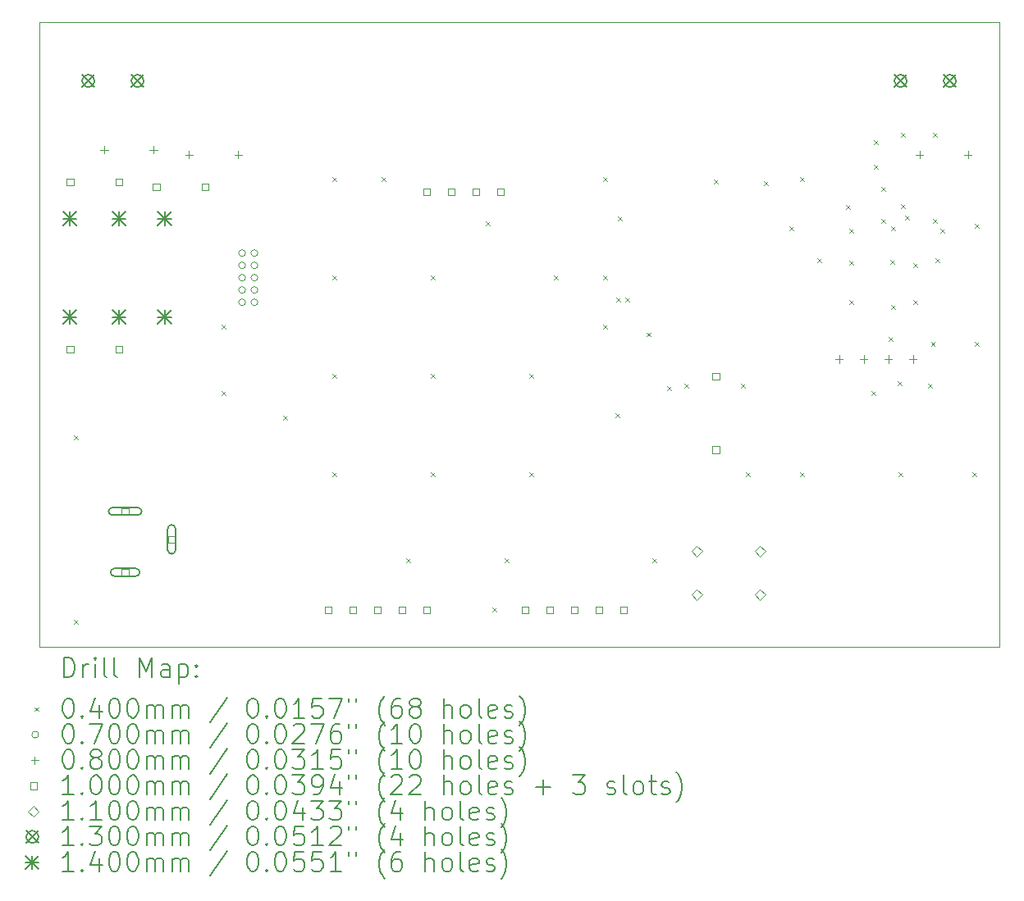
<source format=gbr>
%FSLAX45Y45*%
G04 Gerber Fmt 4.5, Leading zero omitted, Abs format (unit mm)*
G04 Created by KiCad (PCBNEW 6.0.4-6f826c9f35~116~ubuntu20.04.1) date 2022-04-27 17:59:14*
%MOMM*%
%LPD*%
G01*
G04 APERTURE LIST*
%TA.AperFunction,Profile*%
%ADD10C,0.100000*%
%TD*%
%ADD11C,0.200000*%
%ADD12C,0.040000*%
%ADD13C,0.070000*%
%ADD14C,0.080000*%
%ADD15C,0.100000*%
%ADD16C,0.110000*%
%ADD17C,0.130000*%
%ADD18C,0.140000*%
G04 APERTURE END LIST*
D10*
X21463000Y-10287000D02*
X11557000Y-10287000D01*
X11557000Y-10287000D02*
X11557000Y-3835400D01*
X11557000Y-3835400D02*
X21463000Y-3835400D01*
X21463000Y-3835400D02*
X21463000Y-10287000D01*
D11*
D12*
X11918000Y-8108000D02*
X11958000Y-8148000D01*
X11958000Y-8108000D02*
X11918000Y-8148000D01*
X11918000Y-10013000D02*
X11958000Y-10053000D01*
X11958000Y-10013000D02*
X11918000Y-10053000D01*
X13442000Y-6965000D02*
X13482000Y-7005000D01*
X13482000Y-6965000D02*
X13442000Y-7005000D01*
X13442000Y-7650800D02*
X13482000Y-7690800D01*
X13482000Y-7650800D02*
X13442000Y-7690800D01*
X14077000Y-7904800D02*
X14117000Y-7944800D01*
X14117000Y-7904800D02*
X14077000Y-7944800D01*
X14585000Y-5441000D02*
X14625000Y-5481000D01*
X14625000Y-5441000D02*
X14585000Y-5481000D01*
X14585000Y-6457000D02*
X14625000Y-6497000D01*
X14625000Y-6457000D02*
X14585000Y-6497000D01*
X14585000Y-7473000D02*
X14625000Y-7513000D01*
X14625000Y-7473000D02*
X14585000Y-7513000D01*
X14585000Y-8489000D02*
X14625000Y-8529000D01*
X14625000Y-8489000D02*
X14585000Y-8529000D01*
X15093000Y-5441000D02*
X15133000Y-5481000D01*
X15133000Y-5441000D02*
X15093000Y-5481000D01*
X15347000Y-9378000D02*
X15387000Y-9418000D01*
X15387000Y-9378000D02*
X15347000Y-9418000D01*
X15601000Y-6457000D02*
X15641000Y-6497000D01*
X15641000Y-6457000D02*
X15601000Y-6497000D01*
X15601000Y-7473000D02*
X15641000Y-7513000D01*
X15641000Y-7473000D02*
X15601000Y-7513000D01*
X15601000Y-8489000D02*
X15641000Y-8529000D01*
X15641000Y-8489000D02*
X15601000Y-8529000D01*
X16163951Y-5894049D02*
X16203951Y-5934049D01*
X16203951Y-5894049D02*
X16163951Y-5934049D01*
X16236000Y-9886000D02*
X16276000Y-9926000D01*
X16276000Y-9886000D02*
X16236000Y-9926000D01*
X16363000Y-9378000D02*
X16403000Y-9418000D01*
X16403000Y-9378000D02*
X16363000Y-9418000D01*
X16617000Y-7473000D02*
X16657000Y-7513000D01*
X16657000Y-7473000D02*
X16617000Y-7513000D01*
X16617000Y-8489000D02*
X16657000Y-8529000D01*
X16657000Y-8489000D02*
X16617000Y-8529000D01*
X16871000Y-6457000D02*
X16911000Y-6497000D01*
X16911000Y-6457000D02*
X16871000Y-6497000D01*
X17379000Y-5441000D02*
X17419000Y-5481000D01*
X17419000Y-5441000D02*
X17379000Y-5481000D01*
X17379000Y-6457000D02*
X17419000Y-6497000D01*
X17419000Y-6457000D02*
X17379000Y-6497000D01*
X17379000Y-6965000D02*
X17419000Y-7005000D01*
X17419000Y-6965000D02*
X17379000Y-7005000D01*
X17506000Y-7879400D02*
X17546000Y-7919400D01*
X17546000Y-7879400D02*
X17506000Y-7919400D01*
X17514760Y-6687000D02*
X17554760Y-6727000D01*
X17554760Y-6687000D02*
X17514760Y-6727000D01*
X17531400Y-5847400D02*
X17571400Y-5887400D01*
X17571400Y-5847400D02*
X17531400Y-5887400D01*
X17607600Y-6685600D02*
X17647600Y-6725600D01*
X17647600Y-6685600D02*
X17607600Y-6725600D01*
X17823500Y-7043740D02*
X17863500Y-7083740D01*
X17863500Y-7043740D02*
X17823500Y-7083740D01*
X17887000Y-9378000D02*
X17927000Y-9418000D01*
X17927000Y-9378000D02*
X17887000Y-9418000D01*
X18039400Y-7600000D02*
X18079400Y-7640000D01*
X18079400Y-7600000D02*
X18039400Y-7640000D01*
X18217200Y-7574600D02*
X18257200Y-7614600D01*
X18257200Y-7574600D02*
X18217200Y-7614600D01*
X18522000Y-5466400D02*
X18562000Y-5506400D01*
X18562000Y-5466400D02*
X18522000Y-5506400D01*
X18801400Y-7574600D02*
X18841400Y-7614600D01*
X18841400Y-7574600D02*
X18801400Y-7614600D01*
X18852200Y-8489000D02*
X18892200Y-8529000D01*
X18892200Y-8489000D02*
X18852200Y-8529000D01*
X19034970Y-5481750D02*
X19074970Y-5521750D01*
X19074970Y-5481750D02*
X19034970Y-5521750D01*
X19296700Y-5949000D02*
X19336700Y-5989000D01*
X19336700Y-5949000D02*
X19296700Y-5989000D01*
X19411000Y-5441000D02*
X19451000Y-5481000D01*
X19451000Y-5441000D02*
X19411000Y-5481000D01*
X19411000Y-8489000D02*
X19451000Y-8529000D01*
X19451000Y-8489000D02*
X19411000Y-8529000D01*
X19588800Y-6279200D02*
X19628800Y-6319200D01*
X19628800Y-6279200D02*
X19588800Y-6319200D01*
X19885980Y-5728020D02*
X19925980Y-5768020D01*
X19925980Y-5728020D02*
X19885980Y-5768020D01*
X19919000Y-5974400D02*
X19959000Y-6014400D01*
X19959000Y-5974400D02*
X19919000Y-6014400D01*
X19919000Y-6304600D02*
X19959000Y-6344600D01*
X19959000Y-6304600D02*
X19919000Y-6344600D01*
X19919000Y-6711000D02*
X19959000Y-6751000D01*
X19959000Y-6711000D02*
X19919000Y-6751000D01*
X20147600Y-7650800D02*
X20187600Y-7690800D01*
X20187600Y-7650800D02*
X20147600Y-7690800D01*
X20173000Y-5060000D02*
X20213000Y-5100000D01*
X20213000Y-5060000D02*
X20173000Y-5100000D01*
X20173000Y-5314000D02*
X20213000Y-5354000D01*
X20213000Y-5314000D02*
X20173000Y-5354000D01*
X20249200Y-5542600D02*
X20289200Y-5582600D01*
X20289200Y-5542600D02*
X20249200Y-5582600D01*
X20249200Y-5872800D02*
X20289200Y-5912800D01*
X20289200Y-5872800D02*
X20249200Y-5912800D01*
X20325400Y-7092000D02*
X20365400Y-7132000D01*
X20365400Y-7092000D02*
X20325400Y-7132000D01*
X20338100Y-6291900D02*
X20378100Y-6331900D01*
X20378100Y-6291900D02*
X20338100Y-6331900D01*
X20350800Y-5949000D02*
X20390800Y-5989000D01*
X20390800Y-5949000D02*
X20350800Y-5989000D01*
X20350800Y-6761800D02*
X20390800Y-6801800D01*
X20390800Y-6761800D02*
X20350800Y-6801800D01*
X20414300Y-7549200D02*
X20454300Y-7589200D01*
X20454300Y-7549200D02*
X20414300Y-7589200D01*
X20427000Y-8489000D02*
X20467000Y-8529000D01*
X20467000Y-8489000D02*
X20427000Y-8529000D01*
X20452400Y-4983800D02*
X20492400Y-5023800D01*
X20492400Y-4983800D02*
X20452400Y-5023800D01*
X20452400Y-5720400D02*
X20492400Y-5760400D01*
X20492400Y-5720400D02*
X20452400Y-5760400D01*
X20490500Y-5834700D02*
X20530500Y-5874700D01*
X20530500Y-5834700D02*
X20490500Y-5874700D01*
X20579400Y-6330000D02*
X20619400Y-6370000D01*
X20619400Y-6330000D02*
X20579400Y-6370000D01*
X20579400Y-6711000D02*
X20619400Y-6751000D01*
X20619400Y-6711000D02*
X20579400Y-6751000D01*
X20731800Y-7574600D02*
X20771800Y-7614600D01*
X20771800Y-7574600D02*
X20731800Y-7614600D01*
X20761000Y-7139000D02*
X20801000Y-7179000D01*
X20801000Y-7139000D02*
X20761000Y-7179000D01*
X20782600Y-4983800D02*
X20822600Y-5023800D01*
X20822600Y-4983800D02*
X20782600Y-5023800D01*
X20782600Y-5872800D02*
X20822600Y-5912800D01*
X20822600Y-5872800D02*
X20782600Y-5912800D01*
X20808000Y-6279200D02*
X20848000Y-6319200D01*
X20848000Y-6279200D02*
X20808000Y-6319200D01*
X20858800Y-5974400D02*
X20898800Y-6014400D01*
X20898800Y-5974400D02*
X20858800Y-6014400D01*
X21189000Y-8489000D02*
X21229000Y-8529000D01*
X21229000Y-8489000D02*
X21189000Y-8529000D01*
X21214400Y-5923600D02*
X21254400Y-5963600D01*
X21254400Y-5923600D02*
X21214400Y-5963600D01*
X21214400Y-7142800D02*
X21254400Y-7182800D01*
X21254400Y-7142800D02*
X21214400Y-7182800D01*
D13*
X13686500Y-6223000D02*
G75*
G03*
X13686500Y-6223000I-35000J0D01*
G01*
X13686500Y-6350000D02*
G75*
G03*
X13686500Y-6350000I-35000J0D01*
G01*
X13686500Y-6477000D02*
G75*
G03*
X13686500Y-6477000I-35000J0D01*
G01*
X13686500Y-6604000D02*
G75*
G03*
X13686500Y-6604000I-35000J0D01*
G01*
X13686500Y-6731000D02*
G75*
G03*
X13686500Y-6731000I-35000J0D01*
G01*
X13813500Y-6223000D02*
G75*
G03*
X13813500Y-6223000I-35000J0D01*
G01*
X13813500Y-6350000D02*
G75*
G03*
X13813500Y-6350000I-35000J0D01*
G01*
X13813500Y-6477000D02*
G75*
G03*
X13813500Y-6477000I-35000J0D01*
G01*
X13813500Y-6604000D02*
G75*
G03*
X13813500Y-6604000I-35000J0D01*
G01*
X13813500Y-6731000D02*
G75*
G03*
X13813500Y-6731000I-35000J0D01*
G01*
D14*
X12228200Y-5116200D02*
X12228200Y-5196200D01*
X12188200Y-5156200D02*
X12268200Y-5156200D01*
X12736200Y-5116200D02*
X12736200Y-5196200D01*
X12696200Y-5156200D02*
X12776200Y-5156200D01*
X13104500Y-5167000D02*
X13104500Y-5247000D01*
X13064500Y-5207000D02*
X13144500Y-5207000D01*
X13612500Y-5167000D02*
X13612500Y-5247000D01*
X13572500Y-5207000D02*
X13652500Y-5207000D01*
X19812000Y-7279500D02*
X19812000Y-7359500D01*
X19772000Y-7319500D02*
X19852000Y-7319500D01*
X20066000Y-7279500D02*
X20066000Y-7359500D01*
X20026000Y-7319500D02*
X20106000Y-7319500D01*
X20320000Y-7279500D02*
X20320000Y-7359500D01*
X20280000Y-7319500D02*
X20360000Y-7319500D01*
X20574000Y-7279500D02*
X20574000Y-7359500D01*
X20534000Y-7319500D02*
X20614000Y-7319500D01*
X20641500Y-5167000D02*
X20641500Y-5247000D01*
X20601500Y-5207000D02*
X20681500Y-5207000D01*
X21141500Y-5167000D02*
X21141500Y-5247000D01*
X21101500Y-5207000D02*
X21181500Y-5207000D01*
D15*
X11913856Y-5521756D02*
X11913856Y-5451044D01*
X11843144Y-5451044D01*
X11843144Y-5521756D01*
X11913856Y-5521756D01*
X11913856Y-7248956D02*
X11913856Y-7178244D01*
X11843144Y-7178244D01*
X11843144Y-7248956D01*
X11913856Y-7248956D01*
X12413856Y-5521756D02*
X12413856Y-5451044D01*
X12343144Y-5451044D01*
X12343144Y-5521756D01*
X12413856Y-5521756D01*
X12413856Y-7248956D02*
X12413856Y-7178244D01*
X12343144Y-7178244D01*
X12343144Y-7248956D01*
X12413856Y-7248956D01*
X12479856Y-8925356D02*
X12479856Y-8854644D01*
X12409144Y-8854644D01*
X12409144Y-8925356D01*
X12479856Y-8925356D01*
D11*
X12314500Y-8930000D02*
X12574500Y-8930000D01*
X12314500Y-8850000D02*
X12574500Y-8850000D01*
X12574500Y-8930000D02*
G75*
G03*
X12574500Y-8850000I0J40000D01*
G01*
X12314500Y-8850000D02*
G75*
G03*
X12314500Y-8930000I0J-40000D01*
G01*
D15*
X12479856Y-9555356D02*
X12479856Y-9484644D01*
X12409144Y-9484644D01*
X12409144Y-9555356D01*
X12479856Y-9555356D01*
D11*
X12334500Y-9560000D02*
X12554500Y-9560000D01*
X12334500Y-9480000D02*
X12554500Y-9480000D01*
X12554500Y-9560000D02*
G75*
G03*
X12554500Y-9480000I0J40000D01*
G01*
X12334500Y-9480000D02*
G75*
G03*
X12334500Y-9560000I0J-40000D01*
G01*
D15*
X12802856Y-5572556D02*
X12802856Y-5501844D01*
X12732144Y-5501844D01*
X12732144Y-5572556D01*
X12802856Y-5572556D01*
X12959856Y-9215356D02*
X12959856Y-9144644D01*
X12889144Y-9144644D01*
X12889144Y-9215356D01*
X12959856Y-9215356D01*
D11*
X12884500Y-9070000D02*
X12884500Y-9290000D01*
X12964500Y-9070000D02*
X12964500Y-9290000D01*
X12884500Y-9290000D02*
G75*
G03*
X12964500Y-9290000I40000J0D01*
G01*
X12964500Y-9070000D02*
G75*
G03*
X12884500Y-9070000I-40000J0D01*
G01*
D15*
X13302856Y-5572556D02*
X13302856Y-5501844D01*
X13232144Y-5501844D01*
X13232144Y-5572556D01*
X13302856Y-5572556D01*
X14576856Y-9941356D02*
X14576856Y-9870644D01*
X14506144Y-9870644D01*
X14506144Y-9941356D01*
X14576856Y-9941356D01*
X14830856Y-9941356D02*
X14830856Y-9870644D01*
X14760144Y-9870644D01*
X14760144Y-9941356D01*
X14830856Y-9941356D01*
X15084856Y-9941356D02*
X15084856Y-9870644D01*
X15014144Y-9870644D01*
X15014144Y-9941356D01*
X15084856Y-9941356D01*
X15338856Y-9941356D02*
X15338856Y-9870644D01*
X15268144Y-9870644D01*
X15268144Y-9941356D01*
X15338856Y-9941356D01*
X15592856Y-9941356D02*
X15592856Y-9870644D01*
X15522144Y-9870644D01*
X15522144Y-9941356D01*
X15592856Y-9941356D01*
X15593856Y-5623356D02*
X15593856Y-5552644D01*
X15523144Y-5552644D01*
X15523144Y-5623356D01*
X15593856Y-5623356D01*
X15847856Y-5623356D02*
X15847856Y-5552644D01*
X15777144Y-5552644D01*
X15777144Y-5623356D01*
X15847856Y-5623356D01*
X16101856Y-5623356D02*
X16101856Y-5552644D01*
X16031144Y-5552644D01*
X16031144Y-5623356D01*
X16101856Y-5623356D01*
X16355856Y-5623356D02*
X16355856Y-5552644D01*
X16285144Y-5552644D01*
X16285144Y-5623356D01*
X16355856Y-5623356D01*
X16608856Y-9941356D02*
X16608856Y-9870644D01*
X16538144Y-9870644D01*
X16538144Y-9941356D01*
X16608856Y-9941356D01*
X16862856Y-9941356D02*
X16862856Y-9870644D01*
X16792144Y-9870644D01*
X16792144Y-9941356D01*
X16862856Y-9941356D01*
X17116856Y-9941356D02*
X17116856Y-9870644D01*
X17046144Y-9870644D01*
X17046144Y-9941356D01*
X17116856Y-9941356D01*
X17370856Y-9941356D02*
X17370856Y-9870644D01*
X17300144Y-9870644D01*
X17300144Y-9941356D01*
X17370856Y-9941356D01*
X17624856Y-9941356D02*
X17624856Y-9870644D01*
X17554144Y-9870644D01*
X17554144Y-9941356D01*
X17624856Y-9941356D01*
X18577356Y-7529356D02*
X18577356Y-7458644D01*
X18506644Y-7458644D01*
X18506644Y-7529356D01*
X18577356Y-7529356D01*
X18577356Y-8289356D02*
X18577356Y-8218644D01*
X18506644Y-8218644D01*
X18506644Y-8289356D01*
X18577356Y-8289356D01*
D16*
X18344000Y-9355000D02*
X18399000Y-9300000D01*
X18344000Y-9245000D01*
X18289000Y-9300000D01*
X18344000Y-9355000D01*
X18344000Y-9805000D02*
X18399000Y-9750000D01*
X18344000Y-9695000D01*
X18289000Y-9750000D01*
X18344000Y-9805000D01*
X18994000Y-9355000D02*
X19049000Y-9300000D01*
X18994000Y-9245000D01*
X18939000Y-9300000D01*
X18994000Y-9355000D01*
X18994000Y-9805000D02*
X19049000Y-9750000D01*
X18994000Y-9695000D01*
X18939000Y-9750000D01*
X18994000Y-9805000D01*
D17*
X12000000Y-4380000D02*
X12130000Y-4510000D01*
X12130000Y-4380000D02*
X12000000Y-4510000D01*
X12130000Y-4445000D02*
G75*
G03*
X12130000Y-4445000I-65000J0D01*
G01*
X12508000Y-4380000D02*
X12638000Y-4510000D01*
X12638000Y-4380000D02*
X12508000Y-4510000D01*
X12638000Y-4445000D02*
G75*
G03*
X12638000Y-4445000I-65000J0D01*
G01*
X20382000Y-4380000D02*
X20512000Y-4510000D01*
X20512000Y-4380000D02*
X20382000Y-4510000D01*
X20512000Y-4445000D02*
G75*
G03*
X20512000Y-4445000I-65000J0D01*
G01*
X20890000Y-4380000D02*
X21020000Y-4510000D01*
X21020000Y-4380000D02*
X20890000Y-4510000D01*
X21020000Y-4445000D02*
G75*
G03*
X21020000Y-4445000I-65000J0D01*
G01*
D18*
X11804500Y-5797400D02*
X11944500Y-5937400D01*
X11944500Y-5797400D02*
X11804500Y-5937400D01*
X11874500Y-5797400D02*
X11874500Y-5937400D01*
X11804500Y-5867400D02*
X11944500Y-5867400D01*
X11804500Y-6813400D02*
X11944500Y-6953400D01*
X11944500Y-6813400D02*
X11804500Y-6953400D01*
X11874500Y-6813400D02*
X11874500Y-6953400D01*
X11804500Y-6883400D02*
X11944500Y-6883400D01*
X12312500Y-5797400D02*
X12452500Y-5937400D01*
X12452500Y-5797400D02*
X12312500Y-5937400D01*
X12382500Y-5797400D02*
X12382500Y-5937400D01*
X12312500Y-5867400D02*
X12452500Y-5867400D01*
X12312500Y-6813400D02*
X12452500Y-6953400D01*
X12452500Y-6813400D02*
X12312500Y-6953400D01*
X12382500Y-6813400D02*
X12382500Y-6953400D01*
X12312500Y-6883400D02*
X12452500Y-6883400D01*
X12782400Y-5797400D02*
X12922400Y-5937400D01*
X12922400Y-5797400D02*
X12782400Y-5937400D01*
X12852400Y-5797400D02*
X12852400Y-5937400D01*
X12782400Y-5867400D02*
X12922400Y-5867400D01*
X12782400Y-6813400D02*
X12922400Y-6953400D01*
X12922400Y-6813400D02*
X12782400Y-6953400D01*
X12852400Y-6813400D02*
X12852400Y-6953400D01*
X12782400Y-6883400D02*
X12922400Y-6883400D01*
D11*
X11809619Y-10602476D02*
X11809619Y-10402476D01*
X11857238Y-10402476D01*
X11885809Y-10412000D01*
X11904857Y-10431048D01*
X11914381Y-10450095D01*
X11923905Y-10488190D01*
X11923905Y-10516762D01*
X11914381Y-10554857D01*
X11904857Y-10573905D01*
X11885809Y-10592952D01*
X11857238Y-10602476D01*
X11809619Y-10602476D01*
X12009619Y-10602476D02*
X12009619Y-10469143D01*
X12009619Y-10507238D02*
X12019143Y-10488190D01*
X12028667Y-10478667D01*
X12047714Y-10469143D01*
X12066762Y-10469143D01*
X12133428Y-10602476D02*
X12133428Y-10469143D01*
X12133428Y-10402476D02*
X12123905Y-10412000D01*
X12133428Y-10421524D01*
X12142952Y-10412000D01*
X12133428Y-10402476D01*
X12133428Y-10421524D01*
X12257238Y-10602476D02*
X12238190Y-10592952D01*
X12228667Y-10573905D01*
X12228667Y-10402476D01*
X12362000Y-10602476D02*
X12342952Y-10592952D01*
X12333428Y-10573905D01*
X12333428Y-10402476D01*
X12590571Y-10602476D02*
X12590571Y-10402476D01*
X12657238Y-10545333D01*
X12723905Y-10402476D01*
X12723905Y-10602476D01*
X12904857Y-10602476D02*
X12904857Y-10497714D01*
X12895333Y-10478667D01*
X12876286Y-10469143D01*
X12838190Y-10469143D01*
X12819143Y-10478667D01*
X12904857Y-10592952D02*
X12885809Y-10602476D01*
X12838190Y-10602476D01*
X12819143Y-10592952D01*
X12809619Y-10573905D01*
X12809619Y-10554857D01*
X12819143Y-10535810D01*
X12838190Y-10526286D01*
X12885809Y-10526286D01*
X12904857Y-10516762D01*
X13000095Y-10469143D02*
X13000095Y-10669143D01*
X13000095Y-10478667D02*
X13019143Y-10469143D01*
X13057238Y-10469143D01*
X13076286Y-10478667D01*
X13085809Y-10488190D01*
X13095333Y-10507238D01*
X13095333Y-10564381D01*
X13085809Y-10583429D01*
X13076286Y-10592952D01*
X13057238Y-10602476D01*
X13019143Y-10602476D01*
X13000095Y-10592952D01*
X13181048Y-10583429D02*
X13190571Y-10592952D01*
X13181048Y-10602476D01*
X13171524Y-10592952D01*
X13181048Y-10583429D01*
X13181048Y-10602476D01*
X13181048Y-10478667D02*
X13190571Y-10488190D01*
X13181048Y-10497714D01*
X13171524Y-10488190D01*
X13181048Y-10478667D01*
X13181048Y-10497714D01*
D12*
X11512000Y-10912000D02*
X11552000Y-10952000D01*
X11552000Y-10912000D02*
X11512000Y-10952000D01*
D11*
X11847714Y-10822476D02*
X11866762Y-10822476D01*
X11885809Y-10832000D01*
X11895333Y-10841524D01*
X11904857Y-10860571D01*
X11914381Y-10898667D01*
X11914381Y-10946286D01*
X11904857Y-10984381D01*
X11895333Y-11003429D01*
X11885809Y-11012952D01*
X11866762Y-11022476D01*
X11847714Y-11022476D01*
X11828667Y-11012952D01*
X11819143Y-11003429D01*
X11809619Y-10984381D01*
X11800095Y-10946286D01*
X11800095Y-10898667D01*
X11809619Y-10860571D01*
X11819143Y-10841524D01*
X11828667Y-10832000D01*
X11847714Y-10822476D01*
X12000095Y-11003429D02*
X12009619Y-11012952D01*
X12000095Y-11022476D01*
X11990571Y-11012952D01*
X12000095Y-11003429D01*
X12000095Y-11022476D01*
X12181048Y-10889143D02*
X12181048Y-11022476D01*
X12133428Y-10812952D02*
X12085809Y-10955810D01*
X12209619Y-10955810D01*
X12323905Y-10822476D02*
X12342952Y-10822476D01*
X12362000Y-10832000D01*
X12371524Y-10841524D01*
X12381048Y-10860571D01*
X12390571Y-10898667D01*
X12390571Y-10946286D01*
X12381048Y-10984381D01*
X12371524Y-11003429D01*
X12362000Y-11012952D01*
X12342952Y-11022476D01*
X12323905Y-11022476D01*
X12304857Y-11012952D01*
X12295333Y-11003429D01*
X12285809Y-10984381D01*
X12276286Y-10946286D01*
X12276286Y-10898667D01*
X12285809Y-10860571D01*
X12295333Y-10841524D01*
X12304857Y-10832000D01*
X12323905Y-10822476D01*
X12514381Y-10822476D02*
X12533428Y-10822476D01*
X12552476Y-10832000D01*
X12562000Y-10841524D01*
X12571524Y-10860571D01*
X12581048Y-10898667D01*
X12581048Y-10946286D01*
X12571524Y-10984381D01*
X12562000Y-11003429D01*
X12552476Y-11012952D01*
X12533428Y-11022476D01*
X12514381Y-11022476D01*
X12495333Y-11012952D01*
X12485809Y-11003429D01*
X12476286Y-10984381D01*
X12466762Y-10946286D01*
X12466762Y-10898667D01*
X12476286Y-10860571D01*
X12485809Y-10841524D01*
X12495333Y-10832000D01*
X12514381Y-10822476D01*
X12666762Y-11022476D02*
X12666762Y-10889143D01*
X12666762Y-10908190D02*
X12676286Y-10898667D01*
X12695333Y-10889143D01*
X12723905Y-10889143D01*
X12742952Y-10898667D01*
X12752476Y-10917714D01*
X12752476Y-11022476D01*
X12752476Y-10917714D02*
X12762000Y-10898667D01*
X12781048Y-10889143D01*
X12809619Y-10889143D01*
X12828667Y-10898667D01*
X12838190Y-10917714D01*
X12838190Y-11022476D01*
X12933428Y-11022476D02*
X12933428Y-10889143D01*
X12933428Y-10908190D02*
X12942952Y-10898667D01*
X12962000Y-10889143D01*
X12990571Y-10889143D01*
X13009619Y-10898667D01*
X13019143Y-10917714D01*
X13019143Y-11022476D01*
X13019143Y-10917714D02*
X13028667Y-10898667D01*
X13047714Y-10889143D01*
X13076286Y-10889143D01*
X13095333Y-10898667D01*
X13104857Y-10917714D01*
X13104857Y-11022476D01*
X13495333Y-10812952D02*
X13323905Y-11070095D01*
X13752476Y-10822476D02*
X13771524Y-10822476D01*
X13790571Y-10832000D01*
X13800095Y-10841524D01*
X13809619Y-10860571D01*
X13819143Y-10898667D01*
X13819143Y-10946286D01*
X13809619Y-10984381D01*
X13800095Y-11003429D01*
X13790571Y-11012952D01*
X13771524Y-11022476D01*
X13752476Y-11022476D01*
X13733428Y-11012952D01*
X13723905Y-11003429D01*
X13714381Y-10984381D01*
X13704857Y-10946286D01*
X13704857Y-10898667D01*
X13714381Y-10860571D01*
X13723905Y-10841524D01*
X13733428Y-10832000D01*
X13752476Y-10822476D01*
X13904857Y-11003429D02*
X13914381Y-11012952D01*
X13904857Y-11022476D01*
X13895333Y-11012952D01*
X13904857Y-11003429D01*
X13904857Y-11022476D01*
X14038190Y-10822476D02*
X14057238Y-10822476D01*
X14076286Y-10832000D01*
X14085809Y-10841524D01*
X14095333Y-10860571D01*
X14104857Y-10898667D01*
X14104857Y-10946286D01*
X14095333Y-10984381D01*
X14085809Y-11003429D01*
X14076286Y-11012952D01*
X14057238Y-11022476D01*
X14038190Y-11022476D01*
X14019143Y-11012952D01*
X14009619Y-11003429D01*
X14000095Y-10984381D01*
X13990571Y-10946286D01*
X13990571Y-10898667D01*
X14000095Y-10860571D01*
X14009619Y-10841524D01*
X14019143Y-10832000D01*
X14038190Y-10822476D01*
X14295333Y-11022476D02*
X14181048Y-11022476D01*
X14238190Y-11022476D02*
X14238190Y-10822476D01*
X14219143Y-10851048D01*
X14200095Y-10870095D01*
X14181048Y-10879619D01*
X14476286Y-10822476D02*
X14381048Y-10822476D01*
X14371524Y-10917714D01*
X14381048Y-10908190D01*
X14400095Y-10898667D01*
X14447714Y-10898667D01*
X14466762Y-10908190D01*
X14476286Y-10917714D01*
X14485809Y-10936762D01*
X14485809Y-10984381D01*
X14476286Y-11003429D01*
X14466762Y-11012952D01*
X14447714Y-11022476D01*
X14400095Y-11022476D01*
X14381048Y-11012952D01*
X14371524Y-11003429D01*
X14552476Y-10822476D02*
X14685809Y-10822476D01*
X14600095Y-11022476D01*
X14752476Y-10822476D02*
X14752476Y-10860571D01*
X14828667Y-10822476D02*
X14828667Y-10860571D01*
X15123905Y-11098667D02*
X15114381Y-11089143D01*
X15095333Y-11060571D01*
X15085809Y-11041524D01*
X15076286Y-11012952D01*
X15066762Y-10965333D01*
X15066762Y-10927238D01*
X15076286Y-10879619D01*
X15085809Y-10851048D01*
X15095333Y-10832000D01*
X15114381Y-10803429D01*
X15123905Y-10793905D01*
X15285809Y-10822476D02*
X15247714Y-10822476D01*
X15228667Y-10832000D01*
X15219143Y-10841524D01*
X15200095Y-10870095D01*
X15190571Y-10908190D01*
X15190571Y-10984381D01*
X15200095Y-11003429D01*
X15209619Y-11012952D01*
X15228667Y-11022476D01*
X15266762Y-11022476D01*
X15285809Y-11012952D01*
X15295333Y-11003429D01*
X15304857Y-10984381D01*
X15304857Y-10936762D01*
X15295333Y-10917714D01*
X15285809Y-10908190D01*
X15266762Y-10898667D01*
X15228667Y-10898667D01*
X15209619Y-10908190D01*
X15200095Y-10917714D01*
X15190571Y-10936762D01*
X15419143Y-10908190D02*
X15400095Y-10898667D01*
X15390571Y-10889143D01*
X15381048Y-10870095D01*
X15381048Y-10860571D01*
X15390571Y-10841524D01*
X15400095Y-10832000D01*
X15419143Y-10822476D01*
X15457238Y-10822476D01*
X15476286Y-10832000D01*
X15485809Y-10841524D01*
X15495333Y-10860571D01*
X15495333Y-10870095D01*
X15485809Y-10889143D01*
X15476286Y-10898667D01*
X15457238Y-10908190D01*
X15419143Y-10908190D01*
X15400095Y-10917714D01*
X15390571Y-10927238D01*
X15381048Y-10946286D01*
X15381048Y-10984381D01*
X15390571Y-11003429D01*
X15400095Y-11012952D01*
X15419143Y-11022476D01*
X15457238Y-11022476D01*
X15476286Y-11012952D01*
X15485809Y-11003429D01*
X15495333Y-10984381D01*
X15495333Y-10946286D01*
X15485809Y-10927238D01*
X15476286Y-10917714D01*
X15457238Y-10908190D01*
X15733428Y-11022476D02*
X15733428Y-10822476D01*
X15819143Y-11022476D02*
X15819143Y-10917714D01*
X15809619Y-10898667D01*
X15790571Y-10889143D01*
X15762000Y-10889143D01*
X15742952Y-10898667D01*
X15733428Y-10908190D01*
X15942952Y-11022476D02*
X15923905Y-11012952D01*
X15914381Y-11003429D01*
X15904857Y-10984381D01*
X15904857Y-10927238D01*
X15914381Y-10908190D01*
X15923905Y-10898667D01*
X15942952Y-10889143D01*
X15971524Y-10889143D01*
X15990571Y-10898667D01*
X16000095Y-10908190D01*
X16009619Y-10927238D01*
X16009619Y-10984381D01*
X16000095Y-11003429D01*
X15990571Y-11012952D01*
X15971524Y-11022476D01*
X15942952Y-11022476D01*
X16123905Y-11022476D02*
X16104857Y-11012952D01*
X16095333Y-10993905D01*
X16095333Y-10822476D01*
X16276286Y-11012952D02*
X16257238Y-11022476D01*
X16219143Y-11022476D01*
X16200095Y-11012952D01*
X16190571Y-10993905D01*
X16190571Y-10917714D01*
X16200095Y-10898667D01*
X16219143Y-10889143D01*
X16257238Y-10889143D01*
X16276286Y-10898667D01*
X16285809Y-10917714D01*
X16285809Y-10936762D01*
X16190571Y-10955810D01*
X16362000Y-11012952D02*
X16381048Y-11022476D01*
X16419143Y-11022476D01*
X16438190Y-11012952D01*
X16447714Y-10993905D01*
X16447714Y-10984381D01*
X16438190Y-10965333D01*
X16419143Y-10955810D01*
X16390571Y-10955810D01*
X16371524Y-10946286D01*
X16362000Y-10927238D01*
X16362000Y-10917714D01*
X16371524Y-10898667D01*
X16390571Y-10889143D01*
X16419143Y-10889143D01*
X16438190Y-10898667D01*
X16514381Y-11098667D02*
X16523905Y-11089143D01*
X16542952Y-11060571D01*
X16552476Y-11041524D01*
X16562000Y-11012952D01*
X16571524Y-10965333D01*
X16571524Y-10927238D01*
X16562000Y-10879619D01*
X16552476Y-10851048D01*
X16542952Y-10832000D01*
X16523905Y-10803429D01*
X16514381Y-10793905D01*
D13*
X11552000Y-11196000D02*
G75*
G03*
X11552000Y-11196000I-35000J0D01*
G01*
D11*
X11847714Y-11086476D02*
X11866762Y-11086476D01*
X11885809Y-11096000D01*
X11895333Y-11105524D01*
X11904857Y-11124571D01*
X11914381Y-11162667D01*
X11914381Y-11210286D01*
X11904857Y-11248381D01*
X11895333Y-11267428D01*
X11885809Y-11276952D01*
X11866762Y-11286476D01*
X11847714Y-11286476D01*
X11828667Y-11276952D01*
X11819143Y-11267428D01*
X11809619Y-11248381D01*
X11800095Y-11210286D01*
X11800095Y-11162667D01*
X11809619Y-11124571D01*
X11819143Y-11105524D01*
X11828667Y-11096000D01*
X11847714Y-11086476D01*
X12000095Y-11267428D02*
X12009619Y-11276952D01*
X12000095Y-11286476D01*
X11990571Y-11276952D01*
X12000095Y-11267428D01*
X12000095Y-11286476D01*
X12076286Y-11086476D02*
X12209619Y-11086476D01*
X12123905Y-11286476D01*
X12323905Y-11086476D02*
X12342952Y-11086476D01*
X12362000Y-11096000D01*
X12371524Y-11105524D01*
X12381048Y-11124571D01*
X12390571Y-11162667D01*
X12390571Y-11210286D01*
X12381048Y-11248381D01*
X12371524Y-11267428D01*
X12362000Y-11276952D01*
X12342952Y-11286476D01*
X12323905Y-11286476D01*
X12304857Y-11276952D01*
X12295333Y-11267428D01*
X12285809Y-11248381D01*
X12276286Y-11210286D01*
X12276286Y-11162667D01*
X12285809Y-11124571D01*
X12295333Y-11105524D01*
X12304857Y-11096000D01*
X12323905Y-11086476D01*
X12514381Y-11086476D02*
X12533428Y-11086476D01*
X12552476Y-11096000D01*
X12562000Y-11105524D01*
X12571524Y-11124571D01*
X12581048Y-11162667D01*
X12581048Y-11210286D01*
X12571524Y-11248381D01*
X12562000Y-11267428D01*
X12552476Y-11276952D01*
X12533428Y-11286476D01*
X12514381Y-11286476D01*
X12495333Y-11276952D01*
X12485809Y-11267428D01*
X12476286Y-11248381D01*
X12466762Y-11210286D01*
X12466762Y-11162667D01*
X12476286Y-11124571D01*
X12485809Y-11105524D01*
X12495333Y-11096000D01*
X12514381Y-11086476D01*
X12666762Y-11286476D02*
X12666762Y-11153143D01*
X12666762Y-11172190D02*
X12676286Y-11162667D01*
X12695333Y-11153143D01*
X12723905Y-11153143D01*
X12742952Y-11162667D01*
X12752476Y-11181714D01*
X12752476Y-11286476D01*
X12752476Y-11181714D02*
X12762000Y-11162667D01*
X12781048Y-11153143D01*
X12809619Y-11153143D01*
X12828667Y-11162667D01*
X12838190Y-11181714D01*
X12838190Y-11286476D01*
X12933428Y-11286476D02*
X12933428Y-11153143D01*
X12933428Y-11172190D02*
X12942952Y-11162667D01*
X12962000Y-11153143D01*
X12990571Y-11153143D01*
X13009619Y-11162667D01*
X13019143Y-11181714D01*
X13019143Y-11286476D01*
X13019143Y-11181714D02*
X13028667Y-11162667D01*
X13047714Y-11153143D01*
X13076286Y-11153143D01*
X13095333Y-11162667D01*
X13104857Y-11181714D01*
X13104857Y-11286476D01*
X13495333Y-11076952D02*
X13323905Y-11334095D01*
X13752476Y-11086476D02*
X13771524Y-11086476D01*
X13790571Y-11096000D01*
X13800095Y-11105524D01*
X13809619Y-11124571D01*
X13819143Y-11162667D01*
X13819143Y-11210286D01*
X13809619Y-11248381D01*
X13800095Y-11267428D01*
X13790571Y-11276952D01*
X13771524Y-11286476D01*
X13752476Y-11286476D01*
X13733428Y-11276952D01*
X13723905Y-11267428D01*
X13714381Y-11248381D01*
X13704857Y-11210286D01*
X13704857Y-11162667D01*
X13714381Y-11124571D01*
X13723905Y-11105524D01*
X13733428Y-11096000D01*
X13752476Y-11086476D01*
X13904857Y-11267428D02*
X13914381Y-11276952D01*
X13904857Y-11286476D01*
X13895333Y-11276952D01*
X13904857Y-11267428D01*
X13904857Y-11286476D01*
X14038190Y-11086476D02*
X14057238Y-11086476D01*
X14076286Y-11096000D01*
X14085809Y-11105524D01*
X14095333Y-11124571D01*
X14104857Y-11162667D01*
X14104857Y-11210286D01*
X14095333Y-11248381D01*
X14085809Y-11267428D01*
X14076286Y-11276952D01*
X14057238Y-11286476D01*
X14038190Y-11286476D01*
X14019143Y-11276952D01*
X14009619Y-11267428D01*
X14000095Y-11248381D01*
X13990571Y-11210286D01*
X13990571Y-11162667D01*
X14000095Y-11124571D01*
X14009619Y-11105524D01*
X14019143Y-11096000D01*
X14038190Y-11086476D01*
X14181048Y-11105524D02*
X14190571Y-11096000D01*
X14209619Y-11086476D01*
X14257238Y-11086476D01*
X14276286Y-11096000D01*
X14285809Y-11105524D01*
X14295333Y-11124571D01*
X14295333Y-11143619D01*
X14285809Y-11172190D01*
X14171524Y-11286476D01*
X14295333Y-11286476D01*
X14362000Y-11086476D02*
X14495333Y-11086476D01*
X14409619Y-11286476D01*
X14657238Y-11086476D02*
X14619143Y-11086476D01*
X14600095Y-11096000D01*
X14590571Y-11105524D01*
X14571524Y-11134095D01*
X14562000Y-11172190D01*
X14562000Y-11248381D01*
X14571524Y-11267428D01*
X14581048Y-11276952D01*
X14600095Y-11286476D01*
X14638190Y-11286476D01*
X14657238Y-11276952D01*
X14666762Y-11267428D01*
X14676286Y-11248381D01*
X14676286Y-11200762D01*
X14666762Y-11181714D01*
X14657238Y-11172190D01*
X14638190Y-11162667D01*
X14600095Y-11162667D01*
X14581048Y-11172190D01*
X14571524Y-11181714D01*
X14562000Y-11200762D01*
X14752476Y-11086476D02*
X14752476Y-11124571D01*
X14828667Y-11086476D02*
X14828667Y-11124571D01*
X15123905Y-11362667D02*
X15114381Y-11353143D01*
X15095333Y-11324571D01*
X15085809Y-11305524D01*
X15076286Y-11276952D01*
X15066762Y-11229333D01*
X15066762Y-11191238D01*
X15076286Y-11143619D01*
X15085809Y-11115048D01*
X15095333Y-11096000D01*
X15114381Y-11067429D01*
X15123905Y-11057905D01*
X15304857Y-11286476D02*
X15190571Y-11286476D01*
X15247714Y-11286476D02*
X15247714Y-11086476D01*
X15228667Y-11115048D01*
X15209619Y-11134095D01*
X15190571Y-11143619D01*
X15428667Y-11086476D02*
X15447714Y-11086476D01*
X15466762Y-11096000D01*
X15476286Y-11105524D01*
X15485809Y-11124571D01*
X15495333Y-11162667D01*
X15495333Y-11210286D01*
X15485809Y-11248381D01*
X15476286Y-11267428D01*
X15466762Y-11276952D01*
X15447714Y-11286476D01*
X15428667Y-11286476D01*
X15409619Y-11276952D01*
X15400095Y-11267428D01*
X15390571Y-11248381D01*
X15381048Y-11210286D01*
X15381048Y-11162667D01*
X15390571Y-11124571D01*
X15400095Y-11105524D01*
X15409619Y-11096000D01*
X15428667Y-11086476D01*
X15733428Y-11286476D02*
X15733428Y-11086476D01*
X15819143Y-11286476D02*
X15819143Y-11181714D01*
X15809619Y-11162667D01*
X15790571Y-11153143D01*
X15762000Y-11153143D01*
X15742952Y-11162667D01*
X15733428Y-11172190D01*
X15942952Y-11286476D02*
X15923905Y-11276952D01*
X15914381Y-11267428D01*
X15904857Y-11248381D01*
X15904857Y-11191238D01*
X15914381Y-11172190D01*
X15923905Y-11162667D01*
X15942952Y-11153143D01*
X15971524Y-11153143D01*
X15990571Y-11162667D01*
X16000095Y-11172190D01*
X16009619Y-11191238D01*
X16009619Y-11248381D01*
X16000095Y-11267428D01*
X15990571Y-11276952D01*
X15971524Y-11286476D01*
X15942952Y-11286476D01*
X16123905Y-11286476D02*
X16104857Y-11276952D01*
X16095333Y-11257905D01*
X16095333Y-11086476D01*
X16276286Y-11276952D02*
X16257238Y-11286476D01*
X16219143Y-11286476D01*
X16200095Y-11276952D01*
X16190571Y-11257905D01*
X16190571Y-11181714D01*
X16200095Y-11162667D01*
X16219143Y-11153143D01*
X16257238Y-11153143D01*
X16276286Y-11162667D01*
X16285809Y-11181714D01*
X16285809Y-11200762D01*
X16190571Y-11219809D01*
X16362000Y-11276952D02*
X16381048Y-11286476D01*
X16419143Y-11286476D01*
X16438190Y-11276952D01*
X16447714Y-11257905D01*
X16447714Y-11248381D01*
X16438190Y-11229333D01*
X16419143Y-11219809D01*
X16390571Y-11219809D01*
X16371524Y-11210286D01*
X16362000Y-11191238D01*
X16362000Y-11181714D01*
X16371524Y-11162667D01*
X16390571Y-11153143D01*
X16419143Y-11153143D01*
X16438190Y-11162667D01*
X16514381Y-11362667D02*
X16523905Y-11353143D01*
X16542952Y-11324571D01*
X16552476Y-11305524D01*
X16562000Y-11276952D01*
X16571524Y-11229333D01*
X16571524Y-11191238D01*
X16562000Y-11143619D01*
X16552476Y-11115048D01*
X16542952Y-11096000D01*
X16523905Y-11067429D01*
X16514381Y-11057905D01*
D14*
X11512000Y-11420000D02*
X11512000Y-11500000D01*
X11472000Y-11460000D02*
X11552000Y-11460000D01*
D11*
X11847714Y-11350476D02*
X11866762Y-11350476D01*
X11885809Y-11360000D01*
X11895333Y-11369524D01*
X11904857Y-11388571D01*
X11914381Y-11426667D01*
X11914381Y-11474286D01*
X11904857Y-11512381D01*
X11895333Y-11531428D01*
X11885809Y-11540952D01*
X11866762Y-11550476D01*
X11847714Y-11550476D01*
X11828667Y-11540952D01*
X11819143Y-11531428D01*
X11809619Y-11512381D01*
X11800095Y-11474286D01*
X11800095Y-11426667D01*
X11809619Y-11388571D01*
X11819143Y-11369524D01*
X11828667Y-11360000D01*
X11847714Y-11350476D01*
X12000095Y-11531428D02*
X12009619Y-11540952D01*
X12000095Y-11550476D01*
X11990571Y-11540952D01*
X12000095Y-11531428D01*
X12000095Y-11550476D01*
X12123905Y-11436190D02*
X12104857Y-11426667D01*
X12095333Y-11417143D01*
X12085809Y-11398095D01*
X12085809Y-11388571D01*
X12095333Y-11369524D01*
X12104857Y-11360000D01*
X12123905Y-11350476D01*
X12162000Y-11350476D01*
X12181048Y-11360000D01*
X12190571Y-11369524D01*
X12200095Y-11388571D01*
X12200095Y-11398095D01*
X12190571Y-11417143D01*
X12181048Y-11426667D01*
X12162000Y-11436190D01*
X12123905Y-11436190D01*
X12104857Y-11445714D01*
X12095333Y-11455238D01*
X12085809Y-11474286D01*
X12085809Y-11512381D01*
X12095333Y-11531428D01*
X12104857Y-11540952D01*
X12123905Y-11550476D01*
X12162000Y-11550476D01*
X12181048Y-11540952D01*
X12190571Y-11531428D01*
X12200095Y-11512381D01*
X12200095Y-11474286D01*
X12190571Y-11455238D01*
X12181048Y-11445714D01*
X12162000Y-11436190D01*
X12323905Y-11350476D02*
X12342952Y-11350476D01*
X12362000Y-11360000D01*
X12371524Y-11369524D01*
X12381048Y-11388571D01*
X12390571Y-11426667D01*
X12390571Y-11474286D01*
X12381048Y-11512381D01*
X12371524Y-11531428D01*
X12362000Y-11540952D01*
X12342952Y-11550476D01*
X12323905Y-11550476D01*
X12304857Y-11540952D01*
X12295333Y-11531428D01*
X12285809Y-11512381D01*
X12276286Y-11474286D01*
X12276286Y-11426667D01*
X12285809Y-11388571D01*
X12295333Y-11369524D01*
X12304857Y-11360000D01*
X12323905Y-11350476D01*
X12514381Y-11350476D02*
X12533428Y-11350476D01*
X12552476Y-11360000D01*
X12562000Y-11369524D01*
X12571524Y-11388571D01*
X12581048Y-11426667D01*
X12581048Y-11474286D01*
X12571524Y-11512381D01*
X12562000Y-11531428D01*
X12552476Y-11540952D01*
X12533428Y-11550476D01*
X12514381Y-11550476D01*
X12495333Y-11540952D01*
X12485809Y-11531428D01*
X12476286Y-11512381D01*
X12466762Y-11474286D01*
X12466762Y-11426667D01*
X12476286Y-11388571D01*
X12485809Y-11369524D01*
X12495333Y-11360000D01*
X12514381Y-11350476D01*
X12666762Y-11550476D02*
X12666762Y-11417143D01*
X12666762Y-11436190D02*
X12676286Y-11426667D01*
X12695333Y-11417143D01*
X12723905Y-11417143D01*
X12742952Y-11426667D01*
X12752476Y-11445714D01*
X12752476Y-11550476D01*
X12752476Y-11445714D02*
X12762000Y-11426667D01*
X12781048Y-11417143D01*
X12809619Y-11417143D01*
X12828667Y-11426667D01*
X12838190Y-11445714D01*
X12838190Y-11550476D01*
X12933428Y-11550476D02*
X12933428Y-11417143D01*
X12933428Y-11436190D02*
X12942952Y-11426667D01*
X12962000Y-11417143D01*
X12990571Y-11417143D01*
X13009619Y-11426667D01*
X13019143Y-11445714D01*
X13019143Y-11550476D01*
X13019143Y-11445714D02*
X13028667Y-11426667D01*
X13047714Y-11417143D01*
X13076286Y-11417143D01*
X13095333Y-11426667D01*
X13104857Y-11445714D01*
X13104857Y-11550476D01*
X13495333Y-11340952D02*
X13323905Y-11598095D01*
X13752476Y-11350476D02*
X13771524Y-11350476D01*
X13790571Y-11360000D01*
X13800095Y-11369524D01*
X13809619Y-11388571D01*
X13819143Y-11426667D01*
X13819143Y-11474286D01*
X13809619Y-11512381D01*
X13800095Y-11531428D01*
X13790571Y-11540952D01*
X13771524Y-11550476D01*
X13752476Y-11550476D01*
X13733428Y-11540952D01*
X13723905Y-11531428D01*
X13714381Y-11512381D01*
X13704857Y-11474286D01*
X13704857Y-11426667D01*
X13714381Y-11388571D01*
X13723905Y-11369524D01*
X13733428Y-11360000D01*
X13752476Y-11350476D01*
X13904857Y-11531428D02*
X13914381Y-11540952D01*
X13904857Y-11550476D01*
X13895333Y-11540952D01*
X13904857Y-11531428D01*
X13904857Y-11550476D01*
X14038190Y-11350476D02*
X14057238Y-11350476D01*
X14076286Y-11360000D01*
X14085809Y-11369524D01*
X14095333Y-11388571D01*
X14104857Y-11426667D01*
X14104857Y-11474286D01*
X14095333Y-11512381D01*
X14085809Y-11531428D01*
X14076286Y-11540952D01*
X14057238Y-11550476D01*
X14038190Y-11550476D01*
X14019143Y-11540952D01*
X14009619Y-11531428D01*
X14000095Y-11512381D01*
X13990571Y-11474286D01*
X13990571Y-11426667D01*
X14000095Y-11388571D01*
X14009619Y-11369524D01*
X14019143Y-11360000D01*
X14038190Y-11350476D01*
X14171524Y-11350476D02*
X14295333Y-11350476D01*
X14228667Y-11426667D01*
X14257238Y-11426667D01*
X14276286Y-11436190D01*
X14285809Y-11445714D01*
X14295333Y-11464762D01*
X14295333Y-11512381D01*
X14285809Y-11531428D01*
X14276286Y-11540952D01*
X14257238Y-11550476D01*
X14200095Y-11550476D01*
X14181048Y-11540952D01*
X14171524Y-11531428D01*
X14485809Y-11550476D02*
X14371524Y-11550476D01*
X14428667Y-11550476D02*
X14428667Y-11350476D01*
X14409619Y-11379048D01*
X14390571Y-11398095D01*
X14371524Y-11407619D01*
X14666762Y-11350476D02*
X14571524Y-11350476D01*
X14562000Y-11445714D01*
X14571524Y-11436190D01*
X14590571Y-11426667D01*
X14638190Y-11426667D01*
X14657238Y-11436190D01*
X14666762Y-11445714D01*
X14676286Y-11464762D01*
X14676286Y-11512381D01*
X14666762Y-11531428D01*
X14657238Y-11540952D01*
X14638190Y-11550476D01*
X14590571Y-11550476D01*
X14571524Y-11540952D01*
X14562000Y-11531428D01*
X14752476Y-11350476D02*
X14752476Y-11388571D01*
X14828667Y-11350476D02*
X14828667Y-11388571D01*
X15123905Y-11626667D02*
X15114381Y-11617143D01*
X15095333Y-11588571D01*
X15085809Y-11569524D01*
X15076286Y-11540952D01*
X15066762Y-11493333D01*
X15066762Y-11455238D01*
X15076286Y-11407619D01*
X15085809Y-11379048D01*
X15095333Y-11360000D01*
X15114381Y-11331428D01*
X15123905Y-11321905D01*
X15304857Y-11550476D02*
X15190571Y-11550476D01*
X15247714Y-11550476D02*
X15247714Y-11350476D01*
X15228667Y-11379048D01*
X15209619Y-11398095D01*
X15190571Y-11407619D01*
X15428667Y-11350476D02*
X15447714Y-11350476D01*
X15466762Y-11360000D01*
X15476286Y-11369524D01*
X15485809Y-11388571D01*
X15495333Y-11426667D01*
X15495333Y-11474286D01*
X15485809Y-11512381D01*
X15476286Y-11531428D01*
X15466762Y-11540952D01*
X15447714Y-11550476D01*
X15428667Y-11550476D01*
X15409619Y-11540952D01*
X15400095Y-11531428D01*
X15390571Y-11512381D01*
X15381048Y-11474286D01*
X15381048Y-11426667D01*
X15390571Y-11388571D01*
X15400095Y-11369524D01*
X15409619Y-11360000D01*
X15428667Y-11350476D01*
X15733428Y-11550476D02*
X15733428Y-11350476D01*
X15819143Y-11550476D02*
X15819143Y-11445714D01*
X15809619Y-11426667D01*
X15790571Y-11417143D01*
X15762000Y-11417143D01*
X15742952Y-11426667D01*
X15733428Y-11436190D01*
X15942952Y-11550476D02*
X15923905Y-11540952D01*
X15914381Y-11531428D01*
X15904857Y-11512381D01*
X15904857Y-11455238D01*
X15914381Y-11436190D01*
X15923905Y-11426667D01*
X15942952Y-11417143D01*
X15971524Y-11417143D01*
X15990571Y-11426667D01*
X16000095Y-11436190D01*
X16009619Y-11455238D01*
X16009619Y-11512381D01*
X16000095Y-11531428D01*
X15990571Y-11540952D01*
X15971524Y-11550476D01*
X15942952Y-11550476D01*
X16123905Y-11550476D02*
X16104857Y-11540952D01*
X16095333Y-11521905D01*
X16095333Y-11350476D01*
X16276286Y-11540952D02*
X16257238Y-11550476D01*
X16219143Y-11550476D01*
X16200095Y-11540952D01*
X16190571Y-11521905D01*
X16190571Y-11445714D01*
X16200095Y-11426667D01*
X16219143Y-11417143D01*
X16257238Y-11417143D01*
X16276286Y-11426667D01*
X16285809Y-11445714D01*
X16285809Y-11464762D01*
X16190571Y-11483809D01*
X16362000Y-11540952D02*
X16381048Y-11550476D01*
X16419143Y-11550476D01*
X16438190Y-11540952D01*
X16447714Y-11521905D01*
X16447714Y-11512381D01*
X16438190Y-11493333D01*
X16419143Y-11483809D01*
X16390571Y-11483809D01*
X16371524Y-11474286D01*
X16362000Y-11455238D01*
X16362000Y-11445714D01*
X16371524Y-11426667D01*
X16390571Y-11417143D01*
X16419143Y-11417143D01*
X16438190Y-11426667D01*
X16514381Y-11626667D02*
X16523905Y-11617143D01*
X16542952Y-11588571D01*
X16552476Y-11569524D01*
X16562000Y-11540952D01*
X16571524Y-11493333D01*
X16571524Y-11455238D01*
X16562000Y-11407619D01*
X16552476Y-11379048D01*
X16542952Y-11360000D01*
X16523905Y-11331428D01*
X16514381Y-11321905D01*
D15*
X11537356Y-11759356D02*
X11537356Y-11688644D01*
X11466644Y-11688644D01*
X11466644Y-11759356D01*
X11537356Y-11759356D01*
D11*
X11914381Y-11814476D02*
X11800095Y-11814476D01*
X11857238Y-11814476D02*
X11857238Y-11614476D01*
X11838190Y-11643048D01*
X11819143Y-11662095D01*
X11800095Y-11671619D01*
X12000095Y-11795428D02*
X12009619Y-11804952D01*
X12000095Y-11814476D01*
X11990571Y-11804952D01*
X12000095Y-11795428D01*
X12000095Y-11814476D01*
X12133428Y-11614476D02*
X12152476Y-11614476D01*
X12171524Y-11624000D01*
X12181048Y-11633524D01*
X12190571Y-11652571D01*
X12200095Y-11690667D01*
X12200095Y-11738286D01*
X12190571Y-11776381D01*
X12181048Y-11795428D01*
X12171524Y-11804952D01*
X12152476Y-11814476D01*
X12133428Y-11814476D01*
X12114381Y-11804952D01*
X12104857Y-11795428D01*
X12095333Y-11776381D01*
X12085809Y-11738286D01*
X12085809Y-11690667D01*
X12095333Y-11652571D01*
X12104857Y-11633524D01*
X12114381Y-11624000D01*
X12133428Y-11614476D01*
X12323905Y-11614476D02*
X12342952Y-11614476D01*
X12362000Y-11624000D01*
X12371524Y-11633524D01*
X12381048Y-11652571D01*
X12390571Y-11690667D01*
X12390571Y-11738286D01*
X12381048Y-11776381D01*
X12371524Y-11795428D01*
X12362000Y-11804952D01*
X12342952Y-11814476D01*
X12323905Y-11814476D01*
X12304857Y-11804952D01*
X12295333Y-11795428D01*
X12285809Y-11776381D01*
X12276286Y-11738286D01*
X12276286Y-11690667D01*
X12285809Y-11652571D01*
X12295333Y-11633524D01*
X12304857Y-11624000D01*
X12323905Y-11614476D01*
X12514381Y-11614476D02*
X12533428Y-11614476D01*
X12552476Y-11624000D01*
X12562000Y-11633524D01*
X12571524Y-11652571D01*
X12581048Y-11690667D01*
X12581048Y-11738286D01*
X12571524Y-11776381D01*
X12562000Y-11795428D01*
X12552476Y-11804952D01*
X12533428Y-11814476D01*
X12514381Y-11814476D01*
X12495333Y-11804952D01*
X12485809Y-11795428D01*
X12476286Y-11776381D01*
X12466762Y-11738286D01*
X12466762Y-11690667D01*
X12476286Y-11652571D01*
X12485809Y-11633524D01*
X12495333Y-11624000D01*
X12514381Y-11614476D01*
X12666762Y-11814476D02*
X12666762Y-11681143D01*
X12666762Y-11700190D02*
X12676286Y-11690667D01*
X12695333Y-11681143D01*
X12723905Y-11681143D01*
X12742952Y-11690667D01*
X12752476Y-11709714D01*
X12752476Y-11814476D01*
X12752476Y-11709714D02*
X12762000Y-11690667D01*
X12781048Y-11681143D01*
X12809619Y-11681143D01*
X12828667Y-11690667D01*
X12838190Y-11709714D01*
X12838190Y-11814476D01*
X12933428Y-11814476D02*
X12933428Y-11681143D01*
X12933428Y-11700190D02*
X12942952Y-11690667D01*
X12962000Y-11681143D01*
X12990571Y-11681143D01*
X13009619Y-11690667D01*
X13019143Y-11709714D01*
X13019143Y-11814476D01*
X13019143Y-11709714D02*
X13028667Y-11690667D01*
X13047714Y-11681143D01*
X13076286Y-11681143D01*
X13095333Y-11690667D01*
X13104857Y-11709714D01*
X13104857Y-11814476D01*
X13495333Y-11604952D02*
X13323905Y-11862095D01*
X13752476Y-11614476D02*
X13771524Y-11614476D01*
X13790571Y-11624000D01*
X13800095Y-11633524D01*
X13809619Y-11652571D01*
X13819143Y-11690667D01*
X13819143Y-11738286D01*
X13809619Y-11776381D01*
X13800095Y-11795428D01*
X13790571Y-11804952D01*
X13771524Y-11814476D01*
X13752476Y-11814476D01*
X13733428Y-11804952D01*
X13723905Y-11795428D01*
X13714381Y-11776381D01*
X13704857Y-11738286D01*
X13704857Y-11690667D01*
X13714381Y-11652571D01*
X13723905Y-11633524D01*
X13733428Y-11624000D01*
X13752476Y-11614476D01*
X13904857Y-11795428D02*
X13914381Y-11804952D01*
X13904857Y-11814476D01*
X13895333Y-11804952D01*
X13904857Y-11795428D01*
X13904857Y-11814476D01*
X14038190Y-11614476D02*
X14057238Y-11614476D01*
X14076286Y-11624000D01*
X14085809Y-11633524D01*
X14095333Y-11652571D01*
X14104857Y-11690667D01*
X14104857Y-11738286D01*
X14095333Y-11776381D01*
X14085809Y-11795428D01*
X14076286Y-11804952D01*
X14057238Y-11814476D01*
X14038190Y-11814476D01*
X14019143Y-11804952D01*
X14009619Y-11795428D01*
X14000095Y-11776381D01*
X13990571Y-11738286D01*
X13990571Y-11690667D01*
X14000095Y-11652571D01*
X14009619Y-11633524D01*
X14019143Y-11624000D01*
X14038190Y-11614476D01*
X14171524Y-11614476D02*
X14295333Y-11614476D01*
X14228667Y-11690667D01*
X14257238Y-11690667D01*
X14276286Y-11700190D01*
X14285809Y-11709714D01*
X14295333Y-11728762D01*
X14295333Y-11776381D01*
X14285809Y-11795428D01*
X14276286Y-11804952D01*
X14257238Y-11814476D01*
X14200095Y-11814476D01*
X14181048Y-11804952D01*
X14171524Y-11795428D01*
X14390571Y-11814476D02*
X14428667Y-11814476D01*
X14447714Y-11804952D01*
X14457238Y-11795428D01*
X14476286Y-11766857D01*
X14485809Y-11728762D01*
X14485809Y-11652571D01*
X14476286Y-11633524D01*
X14466762Y-11624000D01*
X14447714Y-11614476D01*
X14409619Y-11614476D01*
X14390571Y-11624000D01*
X14381048Y-11633524D01*
X14371524Y-11652571D01*
X14371524Y-11700190D01*
X14381048Y-11719238D01*
X14390571Y-11728762D01*
X14409619Y-11738286D01*
X14447714Y-11738286D01*
X14466762Y-11728762D01*
X14476286Y-11719238D01*
X14485809Y-11700190D01*
X14657238Y-11681143D02*
X14657238Y-11814476D01*
X14609619Y-11604952D02*
X14562000Y-11747809D01*
X14685809Y-11747809D01*
X14752476Y-11614476D02*
X14752476Y-11652571D01*
X14828667Y-11614476D02*
X14828667Y-11652571D01*
X15123905Y-11890667D02*
X15114381Y-11881143D01*
X15095333Y-11852571D01*
X15085809Y-11833524D01*
X15076286Y-11804952D01*
X15066762Y-11757333D01*
X15066762Y-11719238D01*
X15076286Y-11671619D01*
X15085809Y-11643048D01*
X15095333Y-11624000D01*
X15114381Y-11595428D01*
X15123905Y-11585905D01*
X15190571Y-11633524D02*
X15200095Y-11624000D01*
X15219143Y-11614476D01*
X15266762Y-11614476D01*
X15285809Y-11624000D01*
X15295333Y-11633524D01*
X15304857Y-11652571D01*
X15304857Y-11671619D01*
X15295333Y-11700190D01*
X15181048Y-11814476D01*
X15304857Y-11814476D01*
X15381048Y-11633524D02*
X15390571Y-11624000D01*
X15409619Y-11614476D01*
X15457238Y-11614476D01*
X15476286Y-11624000D01*
X15485809Y-11633524D01*
X15495333Y-11652571D01*
X15495333Y-11671619D01*
X15485809Y-11700190D01*
X15371524Y-11814476D01*
X15495333Y-11814476D01*
X15733428Y-11814476D02*
X15733428Y-11614476D01*
X15819143Y-11814476D02*
X15819143Y-11709714D01*
X15809619Y-11690667D01*
X15790571Y-11681143D01*
X15762000Y-11681143D01*
X15742952Y-11690667D01*
X15733428Y-11700190D01*
X15942952Y-11814476D02*
X15923905Y-11804952D01*
X15914381Y-11795428D01*
X15904857Y-11776381D01*
X15904857Y-11719238D01*
X15914381Y-11700190D01*
X15923905Y-11690667D01*
X15942952Y-11681143D01*
X15971524Y-11681143D01*
X15990571Y-11690667D01*
X16000095Y-11700190D01*
X16009619Y-11719238D01*
X16009619Y-11776381D01*
X16000095Y-11795428D01*
X15990571Y-11804952D01*
X15971524Y-11814476D01*
X15942952Y-11814476D01*
X16123905Y-11814476D02*
X16104857Y-11804952D01*
X16095333Y-11785905D01*
X16095333Y-11614476D01*
X16276286Y-11804952D02*
X16257238Y-11814476D01*
X16219143Y-11814476D01*
X16200095Y-11804952D01*
X16190571Y-11785905D01*
X16190571Y-11709714D01*
X16200095Y-11690667D01*
X16219143Y-11681143D01*
X16257238Y-11681143D01*
X16276286Y-11690667D01*
X16285809Y-11709714D01*
X16285809Y-11728762D01*
X16190571Y-11747809D01*
X16362000Y-11804952D02*
X16381048Y-11814476D01*
X16419143Y-11814476D01*
X16438190Y-11804952D01*
X16447714Y-11785905D01*
X16447714Y-11776381D01*
X16438190Y-11757333D01*
X16419143Y-11747809D01*
X16390571Y-11747809D01*
X16371524Y-11738286D01*
X16362000Y-11719238D01*
X16362000Y-11709714D01*
X16371524Y-11690667D01*
X16390571Y-11681143D01*
X16419143Y-11681143D01*
X16438190Y-11690667D01*
X16685809Y-11738286D02*
X16838190Y-11738286D01*
X16762000Y-11814476D02*
X16762000Y-11662095D01*
X17066762Y-11614476D02*
X17190571Y-11614476D01*
X17123905Y-11690667D01*
X17152476Y-11690667D01*
X17171524Y-11700190D01*
X17181048Y-11709714D01*
X17190571Y-11728762D01*
X17190571Y-11776381D01*
X17181048Y-11795428D01*
X17171524Y-11804952D01*
X17152476Y-11814476D01*
X17095333Y-11814476D01*
X17076286Y-11804952D01*
X17066762Y-11795428D01*
X17419143Y-11804952D02*
X17438190Y-11814476D01*
X17476286Y-11814476D01*
X17495333Y-11804952D01*
X17504857Y-11785905D01*
X17504857Y-11776381D01*
X17495333Y-11757333D01*
X17476286Y-11747809D01*
X17447714Y-11747809D01*
X17428667Y-11738286D01*
X17419143Y-11719238D01*
X17419143Y-11709714D01*
X17428667Y-11690667D01*
X17447714Y-11681143D01*
X17476286Y-11681143D01*
X17495333Y-11690667D01*
X17619143Y-11814476D02*
X17600095Y-11804952D01*
X17590571Y-11785905D01*
X17590571Y-11614476D01*
X17723905Y-11814476D02*
X17704857Y-11804952D01*
X17695333Y-11795428D01*
X17685810Y-11776381D01*
X17685810Y-11719238D01*
X17695333Y-11700190D01*
X17704857Y-11690667D01*
X17723905Y-11681143D01*
X17752476Y-11681143D01*
X17771524Y-11690667D01*
X17781048Y-11700190D01*
X17790571Y-11719238D01*
X17790571Y-11776381D01*
X17781048Y-11795428D01*
X17771524Y-11804952D01*
X17752476Y-11814476D01*
X17723905Y-11814476D01*
X17847714Y-11681143D02*
X17923905Y-11681143D01*
X17876286Y-11614476D02*
X17876286Y-11785905D01*
X17885810Y-11804952D01*
X17904857Y-11814476D01*
X17923905Y-11814476D01*
X17981048Y-11804952D02*
X18000095Y-11814476D01*
X18038190Y-11814476D01*
X18057238Y-11804952D01*
X18066762Y-11785905D01*
X18066762Y-11776381D01*
X18057238Y-11757333D01*
X18038190Y-11747809D01*
X18009619Y-11747809D01*
X17990571Y-11738286D01*
X17981048Y-11719238D01*
X17981048Y-11709714D01*
X17990571Y-11690667D01*
X18009619Y-11681143D01*
X18038190Y-11681143D01*
X18057238Y-11690667D01*
X18133429Y-11890667D02*
X18142952Y-11881143D01*
X18162000Y-11852571D01*
X18171524Y-11833524D01*
X18181048Y-11804952D01*
X18190571Y-11757333D01*
X18190571Y-11719238D01*
X18181048Y-11671619D01*
X18171524Y-11643048D01*
X18162000Y-11624000D01*
X18142952Y-11595428D01*
X18133429Y-11585905D01*
D16*
X11497000Y-12043000D02*
X11552000Y-11988000D01*
X11497000Y-11933000D01*
X11442000Y-11988000D01*
X11497000Y-12043000D01*
D11*
X11914381Y-12078476D02*
X11800095Y-12078476D01*
X11857238Y-12078476D02*
X11857238Y-11878476D01*
X11838190Y-11907048D01*
X11819143Y-11926095D01*
X11800095Y-11935619D01*
X12000095Y-12059428D02*
X12009619Y-12068952D01*
X12000095Y-12078476D01*
X11990571Y-12068952D01*
X12000095Y-12059428D01*
X12000095Y-12078476D01*
X12200095Y-12078476D02*
X12085809Y-12078476D01*
X12142952Y-12078476D02*
X12142952Y-11878476D01*
X12123905Y-11907048D01*
X12104857Y-11926095D01*
X12085809Y-11935619D01*
X12323905Y-11878476D02*
X12342952Y-11878476D01*
X12362000Y-11888000D01*
X12371524Y-11897524D01*
X12381048Y-11916571D01*
X12390571Y-11954667D01*
X12390571Y-12002286D01*
X12381048Y-12040381D01*
X12371524Y-12059428D01*
X12362000Y-12068952D01*
X12342952Y-12078476D01*
X12323905Y-12078476D01*
X12304857Y-12068952D01*
X12295333Y-12059428D01*
X12285809Y-12040381D01*
X12276286Y-12002286D01*
X12276286Y-11954667D01*
X12285809Y-11916571D01*
X12295333Y-11897524D01*
X12304857Y-11888000D01*
X12323905Y-11878476D01*
X12514381Y-11878476D02*
X12533428Y-11878476D01*
X12552476Y-11888000D01*
X12562000Y-11897524D01*
X12571524Y-11916571D01*
X12581048Y-11954667D01*
X12581048Y-12002286D01*
X12571524Y-12040381D01*
X12562000Y-12059428D01*
X12552476Y-12068952D01*
X12533428Y-12078476D01*
X12514381Y-12078476D01*
X12495333Y-12068952D01*
X12485809Y-12059428D01*
X12476286Y-12040381D01*
X12466762Y-12002286D01*
X12466762Y-11954667D01*
X12476286Y-11916571D01*
X12485809Y-11897524D01*
X12495333Y-11888000D01*
X12514381Y-11878476D01*
X12666762Y-12078476D02*
X12666762Y-11945143D01*
X12666762Y-11964190D02*
X12676286Y-11954667D01*
X12695333Y-11945143D01*
X12723905Y-11945143D01*
X12742952Y-11954667D01*
X12752476Y-11973714D01*
X12752476Y-12078476D01*
X12752476Y-11973714D02*
X12762000Y-11954667D01*
X12781048Y-11945143D01*
X12809619Y-11945143D01*
X12828667Y-11954667D01*
X12838190Y-11973714D01*
X12838190Y-12078476D01*
X12933428Y-12078476D02*
X12933428Y-11945143D01*
X12933428Y-11964190D02*
X12942952Y-11954667D01*
X12962000Y-11945143D01*
X12990571Y-11945143D01*
X13009619Y-11954667D01*
X13019143Y-11973714D01*
X13019143Y-12078476D01*
X13019143Y-11973714D02*
X13028667Y-11954667D01*
X13047714Y-11945143D01*
X13076286Y-11945143D01*
X13095333Y-11954667D01*
X13104857Y-11973714D01*
X13104857Y-12078476D01*
X13495333Y-11868952D02*
X13323905Y-12126095D01*
X13752476Y-11878476D02*
X13771524Y-11878476D01*
X13790571Y-11888000D01*
X13800095Y-11897524D01*
X13809619Y-11916571D01*
X13819143Y-11954667D01*
X13819143Y-12002286D01*
X13809619Y-12040381D01*
X13800095Y-12059428D01*
X13790571Y-12068952D01*
X13771524Y-12078476D01*
X13752476Y-12078476D01*
X13733428Y-12068952D01*
X13723905Y-12059428D01*
X13714381Y-12040381D01*
X13704857Y-12002286D01*
X13704857Y-11954667D01*
X13714381Y-11916571D01*
X13723905Y-11897524D01*
X13733428Y-11888000D01*
X13752476Y-11878476D01*
X13904857Y-12059428D02*
X13914381Y-12068952D01*
X13904857Y-12078476D01*
X13895333Y-12068952D01*
X13904857Y-12059428D01*
X13904857Y-12078476D01*
X14038190Y-11878476D02*
X14057238Y-11878476D01*
X14076286Y-11888000D01*
X14085809Y-11897524D01*
X14095333Y-11916571D01*
X14104857Y-11954667D01*
X14104857Y-12002286D01*
X14095333Y-12040381D01*
X14085809Y-12059428D01*
X14076286Y-12068952D01*
X14057238Y-12078476D01*
X14038190Y-12078476D01*
X14019143Y-12068952D01*
X14009619Y-12059428D01*
X14000095Y-12040381D01*
X13990571Y-12002286D01*
X13990571Y-11954667D01*
X14000095Y-11916571D01*
X14009619Y-11897524D01*
X14019143Y-11888000D01*
X14038190Y-11878476D01*
X14276286Y-11945143D02*
X14276286Y-12078476D01*
X14228667Y-11868952D02*
X14181048Y-12011809D01*
X14304857Y-12011809D01*
X14362000Y-11878476D02*
X14485809Y-11878476D01*
X14419143Y-11954667D01*
X14447714Y-11954667D01*
X14466762Y-11964190D01*
X14476286Y-11973714D01*
X14485809Y-11992762D01*
X14485809Y-12040381D01*
X14476286Y-12059428D01*
X14466762Y-12068952D01*
X14447714Y-12078476D01*
X14390571Y-12078476D01*
X14371524Y-12068952D01*
X14362000Y-12059428D01*
X14552476Y-11878476D02*
X14676286Y-11878476D01*
X14609619Y-11954667D01*
X14638190Y-11954667D01*
X14657238Y-11964190D01*
X14666762Y-11973714D01*
X14676286Y-11992762D01*
X14676286Y-12040381D01*
X14666762Y-12059428D01*
X14657238Y-12068952D01*
X14638190Y-12078476D01*
X14581048Y-12078476D01*
X14562000Y-12068952D01*
X14552476Y-12059428D01*
X14752476Y-11878476D02*
X14752476Y-11916571D01*
X14828667Y-11878476D02*
X14828667Y-11916571D01*
X15123905Y-12154667D02*
X15114381Y-12145143D01*
X15095333Y-12116571D01*
X15085809Y-12097524D01*
X15076286Y-12068952D01*
X15066762Y-12021333D01*
X15066762Y-11983238D01*
X15076286Y-11935619D01*
X15085809Y-11907048D01*
X15095333Y-11888000D01*
X15114381Y-11859428D01*
X15123905Y-11849905D01*
X15285809Y-11945143D02*
X15285809Y-12078476D01*
X15238190Y-11868952D02*
X15190571Y-12011809D01*
X15314381Y-12011809D01*
X15542952Y-12078476D02*
X15542952Y-11878476D01*
X15628667Y-12078476D02*
X15628667Y-11973714D01*
X15619143Y-11954667D01*
X15600095Y-11945143D01*
X15571524Y-11945143D01*
X15552476Y-11954667D01*
X15542952Y-11964190D01*
X15752476Y-12078476D02*
X15733428Y-12068952D01*
X15723905Y-12059428D01*
X15714381Y-12040381D01*
X15714381Y-11983238D01*
X15723905Y-11964190D01*
X15733428Y-11954667D01*
X15752476Y-11945143D01*
X15781048Y-11945143D01*
X15800095Y-11954667D01*
X15809619Y-11964190D01*
X15819143Y-11983238D01*
X15819143Y-12040381D01*
X15809619Y-12059428D01*
X15800095Y-12068952D01*
X15781048Y-12078476D01*
X15752476Y-12078476D01*
X15933428Y-12078476D02*
X15914381Y-12068952D01*
X15904857Y-12049905D01*
X15904857Y-11878476D01*
X16085809Y-12068952D02*
X16066762Y-12078476D01*
X16028667Y-12078476D01*
X16009619Y-12068952D01*
X16000095Y-12049905D01*
X16000095Y-11973714D01*
X16009619Y-11954667D01*
X16028667Y-11945143D01*
X16066762Y-11945143D01*
X16085809Y-11954667D01*
X16095333Y-11973714D01*
X16095333Y-11992762D01*
X16000095Y-12011809D01*
X16171524Y-12068952D02*
X16190571Y-12078476D01*
X16228667Y-12078476D01*
X16247714Y-12068952D01*
X16257238Y-12049905D01*
X16257238Y-12040381D01*
X16247714Y-12021333D01*
X16228667Y-12011809D01*
X16200095Y-12011809D01*
X16181048Y-12002286D01*
X16171524Y-11983238D01*
X16171524Y-11973714D01*
X16181048Y-11954667D01*
X16200095Y-11945143D01*
X16228667Y-11945143D01*
X16247714Y-11954667D01*
X16323905Y-12154667D02*
X16333428Y-12145143D01*
X16352476Y-12116571D01*
X16362000Y-12097524D01*
X16371524Y-12068952D01*
X16381048Y-12021333D01*
X16381048Y-11983238D01*
X16371524Y-11935619D01*
X16362000Y-11907048D01*
X16352476Y-11888000D01*
X16333428Y-11859428D01*
X16323905Y-11849905D01*
D17*
X11422000Y-12187000D02*
X11552000Y-12317000D01*
X11552000Y-12187000D02*
X11422000Y-12317000D01*
X11552000Y-12252000D02*
G75*
G03*
X11552000Y-12252000I-65000J0D01*
G01*
D11*
X11914381Y-12342476D02*
X11800095Y-12342476D01*
X11857238Y-12342476D02*
X11857238Y-12142476D01*
X11838190Y-12171048D01*
X11819143Y-12190095D01*
X11800095Y-12199619D01*
X12000095Y-12323428D02*
X12009619Y-12332952D01*
X12000095Y-12342476D01*
X11990571Y-12332952D01*
X12000095Y-12323428D01*
X12000095Y-12342476D01*
X12076286Y-12142476D02*
X12200095Y-12142476D01*
X12133428Y-12218667D01*
X12162000Y-12218667D01*
X12181048Y-12228190D01*
X12190571Y-12237714D01*
X12200095Y-12256762D01*
X12200095Y-12304381D01*
X12190571Y-12323428D01*
X12181048Y-12332952D01*
X12162000Y-12342476D01*
X12104857Y-12342476D01*
X12085809Y-12332952D01*
X12076286Y-12323428D01*
X12323905Y-12142476D02*
X12342952Y-12142476D01*
X12362000Y-12152000D01*
X12371524Y-12161524D01*
X12381048Y-12180571D01*
X12390571Y-12218667D01*
X12390571Y-12266286D01*
X12381048Y-12304381D01*
X12371524Y-12323428D01*
X12362000Y-12332952D01*
X12342952Y-12342476D01*
X12323905Y-12342476D01*
X12304857Y-12332952D01*
X12295333Y-12323428D01*
X12285809Y-12304381D01*
X12276286Y-12266286D01*
X12276286Y-12218667D01*
X12285809Y-12180571D01*
X12295333Y-12161524D01*
X12304857Y-12152000D01*
X12323905Y-12142476D01*
X12514381Y-12142476D02*
X12533428Y-12142476D01*
X12552476Y-12152000D01*
X12562000Y-12161524D01*
X12571524Y-12180571D01*
X12581048Y-12218667D01*
X12581048Y-12266286D01*
X12571524Y-12304381D01*
X12562000Y-12323428D01*
X12552476Y-12332952D01*
X12533428Y-12342476D01*
X12514381Y-12342476D01*
X12495333Y-12332952D01*
X12485809Y-12323428D01*
X12476286Y-12304381D01*
X12466762Y-12266286D01*
X12466762Y-12218667D01*
X12476286Y-12180571D01*
X12485809Y-12161524D01*
X12495333Y-12152000D01*
X12514381Y-12142476D01*
X12666762Y-12342476D02*
X12666762Y-12209143D01*
X12666762Y-12228190D02*
X12676286Y-12218667D01*
X12695333Y-12209143D01*
X12723905Y-12209143D01*
X12742952Y-12218667D01*
X12752476Y-12237714D01*
X12752476Y-12342476D01*
X12752476Y-12237714D02*
X12762000Y-12218667D01*
X12781048Y-12209143D01*
X12809619Y-12209143D01*
X12828667Y-12218667D01*
X12838190Y-12237714D01*
X12838190Y-12342476D01*
X12933428Y-12342476D02*
X12933428Y-12209143D01*
X12933428Y-12228190D02*
X12942952Y-12218667D01*
X12962000Y-12209143D01*
X12990571Y-12209143D01*
X13009619Y-12218667D01*
X13019143Y-12237714D01*
X13019143Y-12342476D01*
X13019143Y-12237714D02*
X13028667Y-12218667D01*
X13047714Y-12209143D01*
X13076286Y-12209143D01*
X13095333Y-12218667D01*
X13104857Y-12237714D01*
X13104857Y-12342476D01*
X13495333Y-12132952D02*
X13323905Y-12390095D01*
X13752476Y-12142476D02*
X13771524Y-12142476D01*
X13790571Y-12152000D01*
X13800095Y-12161524D01*
X13809619Y-12180571D01*
X13819143Y-12218667D01*
X13819143Y-12266286D01*
X13809619Y-12304381D01*
X13800095Y-12323428D01*
X13790571Y-12332952D01*
X13771524Y-12342476D01*
X13752476Y-12342476D01*
X13733428Y-12332952D01*
X13723905Y-12323428D01*
X13714381Y-12304381D01*
X13704857Y-12266286D01*
X13704857Y-12218667D01*
X13714381Y-12180571D01*
X13723905Y-12161524D01*
X13733428Y-12152000D01*
X13752476Y-12142476D01*
X13904857Y-12323428D02*
X13914381Y-12332952D01*
X13904857Y-12342476D01*
X13895333Y-12332952D01*
X13904857Y-12323428D01*
X13904857Y-12342476D01*
X14038190Y-12142476D02*
X14057238Y-12142476D01*
X14076286Y-12152000D01*
X14085809Y-12161524D01*
X14095333Y-12180571D01*
X14104857Y-12218667D01*
X14104857Y-12266286D01*
X14095333Y-12304381D01*
X14085809Y-12323428D01*
X14076286Y-12332952D01*
X14057238Y-12342476D01*
X14038190Y-12342476D01*
X14019143Y-12332952D01*
X14009619Y-12323428D01*
X14000095Y-12304381D01*
X13990571Y-12266286D01*
X13990571Y-12218667D01*
X14000095Y-12180571D01*
X14009619Y-12161524D01*
X14019143Y-12152000D01*
X14038190Y-12142476D01*
X14285809Y-12142476D02*
X14190571Y-12142476D01*
X14181048Y-12237714D01*
X14190571Y-12228190D01*
X14209619Y-12218667D01*
X14257238Y-12218667D01*
X14276286Y-12228190D01*
X14285809Y-12237714D01*
X14295333Y-12256762D01*
X14295333Y-12304381D01*
X14285809Y-12323428D01*
X14276286Y-12332952D01*
X14257238Y-12342476D01*
X14209619Y-12342476D01*
X14190571Y-12332952D01*
X14181048Y-12323428D01*
X14485809Y-12342476D02*
X14371524Y-12342476D01*
X14428667Y-12342476D02*
X14428667Y-12142476D01*
X14409619Y-12171048D01*
X14390571Y-12190095D01*
X14371524Y-12199619D01*
X14562000Y-12161524D02*
X14571524Y-12152000D01*
X14590571Y-12142476D01*
X14638190Y-12142476D01*
X14657238Y-12152000D01*
X14666762Y-12161524D01*
X14676286Y-12180571D01*
X14676286Y-12199619D01*
X14666762Y-12228190D01*
X14552476Y-12342476D01*
X14676286Y-12342476D01*
X14752476Y-12142476D02*
X14752476Y-12180571D01*
X14828667Y-12142476D02*
X14828667Y-12180571D01*
X15123905Y-12418667D02*
X15114381Y-12409143D01*
X15095333Y-12380571D01*
X15085809Y-12361524D01*
X15076286Y-12332952D01*
X15066762Y-12285333D01*
X15066762Y-12247238D01*
X15076286Y-12199619D01*
X15085809Y-12171048D01*
X15095333Y-12152000D01*
X15114381Y-12123428D01*
X15123905Y-12113905D01*
X15285809Y-12209143D02*
X15285809Y-12342476D01*
X15238190Y-12132952D02*
X15190571Y-12275809D01*
X15314381Y-12275809D01*
X15542952Y-12342476D02*
X15542952Y-12142476D01*
X15628667Y-12342476D02*
X15628667Y-12237714D01*
X15619143Y-12218667D01*
X15600095Y-12209143D01*
X15571524Y-12209143D01*
X15552476Y-12218667D01*
X15542952Y-12228190D01*
X15752476Y-12342476D02*
X15733428Y-12332952D01*
X15723905Y-12323428D01*
X15714381Y-12304381D01*
X15714381Y-12247238D01*
X15723905Y-12228190D01*
X15733428Y-12218667D01*
X15752476Y-12209143D01*
X15781048Y-12209143D01*
X15800095Y-12218667D01*
X15809619Y-12228190D01*
X15819143Y-12247238D01*
X15819143Y-12304381D01*
X15809619Y-12323428D01*
X15800095Y-12332952D01*
X15781048Y-12342476D01*
X15752476Y-12342476D01*
X15933428Y-12342476D02*
X15914381Y-12332952D01*
X15904857Y-12313905D01*
X15904857Y-12142476D01*
X16085809Y-12332952D02*
X16066762Y-12342476D01*
X16028667Y-12342476D01*
X16009619Y-12332952D01*
X16000095Y-12313905D01*
X16000095Y-12237714D01*
X16009619Y-12218667D01*
X16028667Y-12209143D01*
X16066762Y-12209143D01*
X16085809Y-12218667D01*
X16095333Y-12237714D01*
X16095333Y-12256762D01*
X16000095Y-12275809D01*
X16171524Y-12332952D02*
X16190571Y-12342476D01*
X16228667Y-12342476D01*
X16247714Y-12332952D01*
X16257238Y-12313905D01*
X16257238Y-12304381D01*
X16247714Y-12285333D01*
X16228667Y-12275809D01*
X16200095Y-12275809D01*
X16181048Y-12266286D01*
X16171524Y-12247238D01*
X16171524Y-12237714D01*
X16181048Y-12218667D01*
X16200095Y-12209143D01*
X16228667Y-12209143D01*
X16247714Y-12218667D01*
X16323905Y-12418667D02*
X16333428Y-12409143D01*
X16352476Y-12380571D01*
X16362000Y-12361524D01*
X16371524Y-12332952D01*
X16381048Y-12285333D01*
X16381048Y-12247238D01*
X16371524Y-12199619D01*
X16362000Y-12171048D01*
X16352476Y-12152000D01*
X16333428Y-12123428D01*
X16323905Y-12113905D01*
D18*
X11412000Y-12446000D02*
X11552000Y-12586000D01*
X11552000Y-12446000D02*
X11412000Y-12586000D01*
X11482000Y-12446000D02*
X11482000Y-12586000D01*
X11412000Y-12516000D02*
X11552000Y-12516000D01*
D11*
X11914381Y-12606476D02*
X11800095Y-12606476D01*
X11857238Y-12606476D02*
X11857238Y-12406476D01*
X11838190Y-12435048D01*
X11819143Y-12454095D01*
X11800095Y-12463619D01*
X12000095Y-12587428D02*
X12009619Y-12596952D01*
X12000095Y-12606476D01*
X11990571Y-12596952D01*
X12000095Y-12587428D01*
X12000095Y-12606476D01*
X12181048Y-12473143D02*
X12181048Y-12606476D01*
X12133428Y-12396952D02*
X12085809Y-12539809D01*
X12209619Y-12539809D01*
X12323905Y-12406476D02*
X12342952Y-12406476D01*
X12362000Y-12416000D01*
X12371524Y-12425524D01*
X12381048Y-12444571D01*
X12390571Y-12482667D01*
X12390571Y-12530286D01*
X12381048Y-12568381D01*
X12371524Y-12587428D01*
X12362000Y-12596952D01*
X12342952Y-12606476D01*
X12323905Y-12606476D01*
X12304857Y-12596952D01*
X12295333Y-12587428D01*
X12285809Y-12568381D01*
X12276286Y-12530286D01*
X12276286Y-12482667D01*
X12285809Y-12444571D01*
X12295333Y-12425524D01*
X12304857Y-12416000D01*
X12323905Y-12406476D01*
X12514381Y-12406476D02*
X12533428Y-12406476D01*
X12552476Y-12416000D01*
X12562000Y-12425524D01*
X12571524Y-12444571D01*
X12581048Y-12482667D01*
X12581048Y-12530286D01*
X12571524Y-12568381D01*
X12562000Y-12587428D01*
X12552476Y-12596952D01*
X12533428Y-12606476D01*
X12514381Y-12606476D01*
X12495333Y-12596952D01*
X12485809Y-12587428D01*
X12476286Y-12568381D01*
X12466762Y-12530286D01*
X12466762Y-12482667D01*
X12476286Y-12444571D01*
X12485809Y-12425524D01*
X12495333Y-12416000D01*
X12514381Y-12406476D01*
X12666762Y-12606476D02*
X12666762Y-12473143D01*
X12666762Y-12492190D02*
X12676286Y-12482667D01*
X12695333Y-12473143D01*
X12723905Y-12473143D01*
X12742952Y-12482667D01*
X12752476Y-12501714D01*
X12752476Y-12606476D01*
X12752476Y-12501714D02*
X12762000Y-12482667D01*
X12781048Y-12473143D01*
X12809619Y-12473143D01*
X12828667Y-12482667D01*
X12838190Y-12501714D01*
X12838190Y-12606476D01*
X12933428Y-12606476D02*
X12933428Y-12473143D01*
X12933428Y-12492190D02*
X12942952Y-12482667D01*
X12962000Y-12473143D01*
X12990571Y-12473143D01*
X13009619Y-12482667D01*
X13019143Y-12501714D01*
X13019143Y-12606476D01*
X13019143Y-12501714D02*
X13028667Y-12482667D01*
X13047714Y-12473143D01*
X13076286Y-12473143D01*
X13095333Y-12482667D01*
X13104857Y-12501714D01*
X13104857Y-12606476D01*
X13495333Y-12396952D02*
X13323905Y-12654095D01*
X13752476Y-12406476D02*
X13771524Y-12406476D01*
X13790571Y-12416000D01*
X13800095Y-12425524D01*
X13809619Y-12444571D01*
X13819143Y-12482667D01*
X13819143Y-12530286D01*
X13809619Y-12568381D01*
X13800095Y-12587428D01*
X13790571Y-12596952D01*
X13771524Y-12606476D01*
X13752476Y-12606476D01*
X13733428Y-12596952D01*
X13723905Y-12587428D01*
X13714381Y-12568381D01*
X13704857Y-12530286D01*
X13704857Y-12482667D01*
X13714381Y-12444571D01*
X13723905Y-12425524D01*
X13733428Y-12416000D01*
X13752476Y-12406476D01*
X13904857Y-12587428D02*
X13914381Y-12596952D01*
X13904857Y-12606476D01*
X13895333Y-12596952D01*
X13904857Y-12587428D01*
X13904857Y-12606476D01*
X14038190Y-12406476D02*
X14057238Y-12406476D01*
X14076286Y-12416000D01*
X14085809Y-12425524D01*
X14095333Y-12444571D01*
X14104857Y-12482667D01*
X14104857Y-12530286D01*
X14095333Y-12568381D01*
X14085809Y-12587428D01*
X14076286Y-12596952D01*
X14057238Y-12606476D01*
X14038190Y-12606476D01*
X14019143Y-12596952D01*
X14009619Y-12587428D01*
X14000095Y-12568381D01*
X13990571Y-12530286D01*
X13990571Y-12482667D01*
X14000095Y-12444571D01*
X14009619Y-12425524D01*
X14019143Y-12416000D01*
X14038190Y-12406476D01*
X14285809Y-12406476D02*
X14190571Y-12406476D01*
X14181048Y-12501714D01*
X14190571Y-12492190D01*
X14209619Y-12482667D01*
X14257238Y-12482667D01*
X14276286Y-12492190D01*
X14285809Y-12501714D01*
X14295333Y-12520762D01*
X14295333Y-12568381D01*
X14285809Y-12587428D01*
X14276286Y-12596952D01*
X14257238Y-12606476D01*
X14209619Y-12606476D01*
X14190571Y-12596952D01*
X14181048Y-12587428D01*
X14476286Y-12406476D02*
X14381048Y-12406476D01*
X14371524Y-12501714D01*
X14381048Y-12492190D01*
X14400095Y-12482667D01*
X14447714Y-12482667D01*
X14466762Y-12492190D01*
X14476286Y-12501714D01*
X14485809Y-12520762D01*
X14485809Y-12568381D01*
X14476286Y-12587428D01*
X14466762Y-12596952D01*
X14447714Y-12606476D01*
X14400095Y-12606476D01*
X14381048Y-12596952D01*
X14371524Y-12587428D01*
X14676286Y-12606476D02*
X14562000Y-12606476D01*
X14619143Y-12606476D02*
X14619143Y-12406476D01*
X14600095Y-12435048D01*
X14581048Y-12454095D01*
X14562000Y-12463619D01*
X14752476Y-12406476D02*
X14752476Y-12444571D01*
X14828667Y-12406476D02*
X14828667Y-12444571D01*
X15123905Y-12682667D02*
X15114381Y-12673143D01*
X15095333Y-12644571D01*
X15085809Y-12625524D01*
X15076286Y-12596952D01*
X15066762Y-12549333D01*
X15066762Y-12511238D01*
X15076286Y-12463619D01*
X15085809Y-12435048D01*
X15095333Y-12416000D01*
X15114381Y-12387428D01*
X15123905Y-12377905D01*
X15285809Y-12406476D02*
X15247714Y-12406476D01*
X15228667Y-12416000D01*
X15219143Y-12425524D01*
X15200095Y-12454095D01*
X15190571Y-12492190D01*
X15190571Y-12568381D01*
X15200095Y-12587428D01*
X15209619Y-12596952D01*
X15228667Y-12606476D01*
X15266762Y-12606476D01*
X15285809Y-12596952D01*
X15295333Y-12587428D01*
X15304857Y-12568381D01*
X15304857Y-12520762D01*
X15295333Y-12501714D01*
X15285809Y-12492190D01*
X15266762Y-12482667D01*
X15228667Y-12482667D01*
X15209619Y-12492190D01*
X15200095Y-12501714D01*
X15190571Y-12520762D01*
X15542952Y-12606476D02*
X15542952Y-12406476D01*
X15628667Y-12606476D02*
X15628667Y-12501714D01*
X15619143Y-12482667D01*
X15600095Y-12473143D01*
X15571524Y-12473143D01*
X15552476Y-12482667D01*
X15542952Y-12492190D01*
X15752476Y-12606476D02*
X15733428Y-12596952D01*
X15723905Y-12587428D01*
X15714381Y-12568381D01*
X15714381Y-12511238D01*
X15723905Y-12492190D01*
X15733428Y-12482667D01*
X15752476Y-12473143D01*
X15781048Y-12473143D01*
X15800095Y-12482667D01*
X15809619Y-12492190D01*
X15819143Y-12511238D01*
X15819143Y-12568381D01*
X15809619Y-12587428D01*
X15800095Y-12596952D01*
X15781048Y-12606476D01*
X15752476Y-12606476D01*
X15933428Y-12606476D02*
X15914381Y-12596952D01*
X15904857Y-12577905D01*
X15904857Y-12406476D01*
X16085809Y-12596952D02*
X16066762Y-12606476D01*
X16028667Y-12606476D01*
X16009619Y-12596952D01*
X16000095Y-12577905D01*
X16000095Y-12501714D01*
X16009619Y-12482667D01*
X16028667Y-12473143D01*
X16066762Y-12473143D01*
X16085809Y-12482667D01*
X16095333Y-12501714D01*
X16095333Y-12520762D01*
X16000095Y-12539809D01*
X16171524Y-12596952D02*
X16190571Y-12606476D01*
X16228667Y-12606476D01*
X16247714Y-12596952D01*
X16257238Y-12577905D01*
X16257238Y-12568381D01*
X16247714Y-12549333D01*
X16228667Y-12539809D01*
X16200095Y-12539809D01*
X16181048Y-12530286D01*
X16171524Y-12511238D01*
X16171524Y-12501714D01*
X16181048Y-12482667D01*
X16200095Y-12473143D01*
X16228667Y-12473143D01*
X16247714Y-12482667D01*
X16323905Y-12682667D02*
X16333428Y-12673143D01*
X16352476Y-12644571D01*
X16362000Y-12625524D01*
X16371524Y-12596952D01*
X16381048Y-12549333D01*
X16381048Y-12511238D01*
X16371524Y-12463619D01*
X16362000Y-12435048D01*
X16352476Y-12416000D01*
X16333428Y-12387428D01*
X16323905Y-12377905D01*
M02*

</source>
